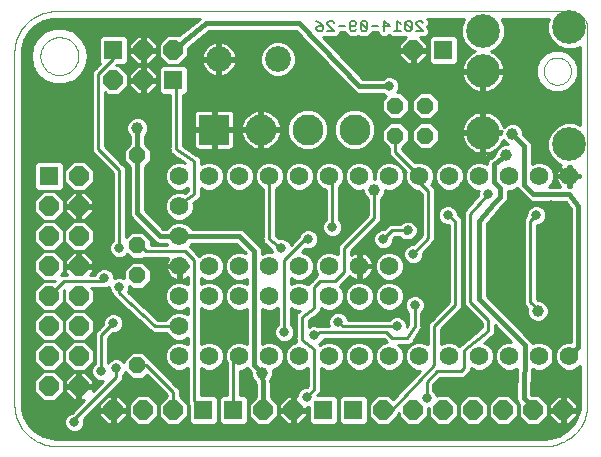
<source format=gbl>
G75*
G70*
%OFA0B0*%
%FSLAX24Y24*%
%IPPOS*%
%LPD*%
%AMOC8*
5,1,8,0,0,1.08239X$1,22.5*
%
%ADD10C,0.0000*%
%ADD11C,0.0060*%
%ADD12C,0.1033*%
%ADD13R,0.1033X0.1033*%
%ADD14C,0.0860*%
%ADD15R,0.0640X0.0640*%
%ADD16OC8,0.0640*%
%ADD17C,0.1122*%
%ADD18OC8,0.0560*%
%ADD19C,0.0620*%
%ADD20C,0.0396*%
%ADD21C,0.0160*%
%ADD22C,0.0320*%
%ADD23C,0.0100*%
D10*
X001600Y004500D02*
X017900Y004500D01*
X017973Y004502D01*
X018046Y004508D01*
X018119Y004517D01*
X018191Y004531D01*
X018262Y004548D01*
X018333Y004569D01*
X018402Y004593D01*
X018469Y004621D01*
X018536Y004653D01*
X018600Y004688D01*
X018662Y004726D01*
X018723Y004767D01*
X018781Y004812D01*
X018837Y004860D01*
X018890Y004910D01*
X018940Y004963D01*
X018988Y005019D01*
X019033Y005077D01*
X019074Y005138D01*
X019112Y005200D01*
X019147Y005264D01*
X019179Y005331D01*
X019207Y005398D01*
X019231Y005467D01*
X019252Y005538D01*
X019269Y005609D01*
X019283Y005681D01*
X019292Y005754D01*
X019298Y005827D01*
X019300Y005900D01*
X019300Y018400D01*
X019301Y018445D01*
X019297Y018491D01*
X019290Y018536D01*
X019280Y018580D01*
X019266Y018623D01*
X019249Y018665D01*
X019228Y018706D01*
X019205Y018745D01*
X019178Y018782D01*
X019148Y018816D01*
X019116Y018848D01*
X019082Y018878D01*
X019045Y018905D01*
X019006Y018928D01*
X018965Y018949D01*
X018923Y018966D01*
X018880Y018980D01*
X018836Y018990D01*
X018791Y018997D01*
X018745Y019001D01*
X018700Y019000D01*
X001600Y019000D01*
X001527Y018998D01*
X001454Y018992D01*
X001381Y018983D01*
X001309Y018969D01*
X001238Y018952D01*
X001167Y018931D01*
X001098Y018907D01*
X001031Y018879D01*
X000964Y018847D01*
X000900Y018812D01*
X000838Y018774D01*
X000777Y018733D01*
X000719Y018688D01*
X000663Y018640D01*
X000610Y018590D01*
X000560Y018537D01*
X000512Y018481D01*
X000467Y018423D01*
X000426Y018362D01*
X000388Y018300D01*
X000353Y018236D01*
X000321Y018169D01*
X000293Y018102D01*
X000269Y018033D01*
X000248Y017962D01*
X000231Y017891D01*
X000217Y017819D01*
X000208Y017746D01*
X000202Y017673D01*
X000200Y017600D01*
X000200Y005900D01*
X000202Y005827D01*
X000208Y005754D01*
X000217Y005681D01*
X000231Y005609D01*
X000248Y005538D01*
X000269Y005467D01*
X000293Y005398D01*
X000321Y005331D01*
X000353Y005264D01*
X000388Y005200D01*
X000426Y005138D01*
X000467Y005077D01*
X000512Y005019D01*
X000560Y004963D01*
X000610Y004910D01*
X000663Y004860D01*
X000719Y004812D01*
X000777Y004767D01*
X000838Y004726D01*
X000900Y004688D01*
X000964Y004653D01*
X001031Y004621D01*
X001098Y004593D01*
X001167Y004569D01*
X001238Y004548D01*
X001309Y004531D01*
X001381Y004517D01*
X001454Y004508D01*
X001527Y004502D01*
X001600Y004500D01*
X001070Y017500D02*
X001072Y017550D01*
X001078Y017600D01*
X001088Y017649D01*
X001102Y017697D01*
X001119Y017744D01*
X001140Y017789D01*
X001165Y017833D01*
X001193Y017874D01*
X001225Y017913D01*
X001259Y017950D01*
X001296Y017984D01*
X001336Y018014D01*
X001378Y018041D01*
X001422Y018065D01*
X001468Y018086D01*
X001515Y018102D01*
X001563Y018115D01*
X001613Y018124D01*
X001662Y018129D01*
X001713Y018130D01*
X001763Y018127D01*
X001812Y018120D01*
X001861Y018109D01*
X001909Y018094D01*
X001955Y018076D01*
X002000Y018054D01*
X002043Y018028D01*
X002084Y017999D01*
X002123Y017967D01*
X002159Y017932D01*
X002191Y017894D01*
X002221Y017854D01*
X002248Y017811D01*
X002271Y017767D01*
X002290Y017721D01*
X002306Y017673D01*
X002318Y017624D01*
X002326Y017575D01*
X002330Y017525D01*
X002330Y017475D01*
X002326Y017425D01*
X002318Y017376D01*
X002306Y017327D01*
X002290Y017279D01*
X002271Y017233D01*
X002248Y017189D01*
X002221Y017146D01*
X002191Y017106D01*
X002159Y017068D01*
X002123Y017033D01*
X002084Y017001D01*
X002043Y016972D01*
X002000Y016946D01*
X001955Y016924D01*
X001909Y016906D01*
X001861Y016891D01*
X001812Y016880D01*
X001763Y016873D01*
X001713Y016870D01*
X001662Y016871D01*
X001613Y016876D01*
X001563Y016885D01*
X001515Y016898D01*
X001468Y016914D01*
X001422Y016935D01*
X001378Y016959D01*
X001336Y016986D01*
X001296Y017016D01*
X001259Y017050D01*
X001225Y017087D01*
X001193Y017126D01*
X001165Y017167D01*
X001140Y017211D01*
X001119Y017256D01*
X001102Y017303D01*
X001088Y017351D01*
X001078Y017400D01*
X001072Y017450D01*
X001070Y017500D01*
X017847Y017000D02*
X017849Y017042D01*
X017855Y017084D01*
X017865Y017126D01*
X017878Y017166D01*
X017896Y017205D01*
X017917Y017242D01*
X017941Y017276D01*
X017969Y017309D01*
X017999Y017339D01*
X018032Y017365D01*
X018067Y017389D01*
X018105Y017409D01*
X018144Y017425D01*
X018184Y017438D01*
X018226Y017447D01*
X018268Y017452D01*
X018311Y017453D01*
X018353Y017450D01*
X018395Y017443D01*
X018436Y017432D01*
X018476Y017417D01*
X018514Y017399D01*
X018551Y017377D01*
X018585Y017352D01*
X018617Y017324D01*
X018645Y017293D01*
X018671Y017259D01*
X018694Y017223D01*
X018713Y017186D01*
X018729Y017146D01*
X018741Y017105D01*
X018749Y017064D01*
X018753Y017021D01*
X018753Y016979D01*
X018749Y016936D01*
X018741Y016895D01*
X018729Y016854D01*
X018713Y016814D01*
X018694Y016777D01*
X018671Y016741D01*
X018645Y016707D01*
X018617Y016676D01*
X018585Y016648D01*
X018551Y016623D01*
X018514Y016601D01*
X018476Y016583D01*
X018436Y016568D01*
X018395Y016557D01*
X018353Y016550D01*
X018311Y016547D01*
X018268Y016548D01*
X018226Y016553D01*
X018184Y016562D01*
X018144Y016575D01*
X018105Y016591D01*
X018067Y016611D01*
X018032Y016635D01*
X017999Y016661D01*
X017969Y016691D01*
X017941Y016724D01*
X017917Y016758D01*
X017896Y016795D01*
X017878Y016834D01*
X017865Y016874D01*
X017855Y016916D01*
X017849Y016958D01*
X017847Y017000D01*
D11*
X013812Y018330D02*
X013585Y018557D01*
X013585Y018614D01*
X013641Y018670D01*
X013755Y018670D01*
X013812Y018614D01*
X013812Y018330D02*
X013585Y018330D01*
X013443Y018387D02*
X013216Y018614D01*
X013216Y018387D01*
X013273Y018330D01*
X013387Y018330D01*
X013443Y018387D01*
X013443Y018614D01*
X013387Y018670D01*
X013273Y018670D01*
X013216Y018614D01*
X013075Y018557D02*
X012962Y018670D01*
X012962Y018330D01*
X013075Y018330D02*
X012848Y018330D01*
X012707Y018500D02*
X012480Y018500D01*
X012338Y018500D02*
X012111Y018500D01*
X011970Y018387D02*
X011913Y018330D01*
X011800Y018330D01*
X011743Y018387D01*
X011743Y018614D01*
X011970Y018387D01*
X011970Y018614D01*
X011913Y018670D01*
X011800Y018670D01*
X011743Y018614D01*
X011602Y018614D02*
X011602Y018557D01*
X011545Y018500D01*
X011375Y018500D01*
X011375Y018387D02*
X011375Y018614D01*
X011432Y018670D01*
X011545Y018670D01*
X011602Y018614D01*
X011602Y018387D02*
X011545Y018330D01*
X011432Y018330D01*
X011375Y018387D01*
X011233Y018500D02*
X011007Y018500D01*
X010865Y018614D02*
X010808Y018670D01*
X010695Y018670D01*
X010638Y018614D01*
X010638Y018557D01*
X010865Y018330D01*
X010638Y018330D01*
X010497Y018387D02*
X010440Y018330D01*
X010327Y018330D01*
X010270Y018387D01*
X010270Y018443D01*
X010327Y018500D01*
X010497Y018500D01*
X010497Y018387D01*
X010497Y018500D02*
X010383Y018614D01*
X010270Y018670D01*
X012536Y018670D02*
X012536Y018330D01*
X012707Y018500D02*
X012536Y018670D01*
D12*
X011540Y015050D03*
X009980Y015050D03*
X008420Y015050D03*
D13*
X006860Y015050D03*
D14*
X007016Y017400D03*
X008984Y017400D03*
D15*
X005500Y016700D03*
X003500Y017700D03*
X001350Y013500D03*
X006500Y005700D03*
X007500Y005700D03*
X010500Y005700D03*
X011500Y005700D03*
X014500Y017700D03*
D16*
X013500Y017700D03*
X005500Y017700D03*
X004500Y017700D03*
X004500Y016700D03*
X003500Y016700D03*
X002350Y013500D03*
X002350Y012500D03*
X002350Y011500D03*
X002350Y010500D03*
X002350Y009500D03*
X002350Y008500D03*
X001350Y008500D03*
X001350Y009500D03*
X001350Y010500D03*
X001350Y011500D03*
X001350Y012500D03*
X001350Y007500D03*
X001350Y006500D03*
X002350Y006500D03*
X002350Y007500D03*
X003500Y005700D03*
X004500Y005700D03*
X005500Y005700D03*
X008500Y005700D03*
X009500Y005700D03*
X012500Y005700D03*
X013500Y005700D03*
X014500Y005700D03*
X015500Y005700D03*
X016500Y005700D03*
X017500Y005700D03*
X018500Y005700D03*
D17*
X018694Y014559D03*
X015820Y014953D03*
X015820Y017000D03*
X015820Y018339D03*
X018694Y018457D03*
D18*
X013900Y015850D03*
X012900Y015850D03*
X012900Y014850D03*
X013900Y014850D03*
X004300Y014200D03*
X004300Y011200D03*
X004300Y010200D03*
X004300Y007200D03*
D19*
X005700Y007500D03*
X006700Y007500D03*
X007700Y007500D03*
X008700Y007500D03*
X009700Y007500D03*
X010700Y007500D03*
X011700Y007500D03*
X012700Y007500D03*
X013700Y007500D03*
X014700Y007500D03*
X015700Y007500D03*
X016700Y007500D03*
X017700Y007500D03*
X018700Y007500D03*
X012700Y009500D03*
X012700Y010500D03*
X011700Y010500D03*
X011700Y009500D03*
X010700Y009500D03*
X010700Y010500D03*
X009700Y010500D03*
X008700Y010500D03*
X008700Y009500D03*
X009700Y009500D03*
X007700Y009500D03*
X007700Y010500D03*
X006700Y010500D03*
X006700Y009500D03*
X005700Y009500D03*
X005700Y008500D03*
X005700Y010500D03*
X005700Y011500D03*
X005700Y012500D03*
X005700Y013500D03*
X006700Y013500D03*
X007700Y013500D03*
X008700Y013500D03*
X009700Y013500D03*
X010700Y013500D03*
X011700Y013500D03*
X012700Y013500D03*
X013700Y013500D03*
X014700Y013500D03*
X015700Y013500D03*
X016700Y013500D03*
X017700Y013500D03*
X018700Y013500D03*
D20*
X018100Y012500D03*
X016600Y014200D03*
X016800Y014900D03*
X015200Y013150D03*
X012200Y013050D03*
X014400Y009400D03*
X015650Y008550D03*
X017650Y009000D03*
X008450Y006950D03*
X004300Y015100D03*
D21*
X004300Y014200D01*
X004300Y012263D01*
X004579Y011984D01*
X005047Y011498D01*
X005700Y011500D01*
X007700Y011500D01*
X008200Y011000D01*
X008200Y007200D01*
X008450Y006950D01*
X008500Y006500D01*
X008500Y005700D01*
X009500Y005700D02*
X009500Y005000D01*
X006800Y005000D01*
X005700Y010500D02*
X005200Y010500D01*
X004300Y010700D01*
X003250Y010500D01*
X002350Y010500D01*
X005700Y010500D02*
X005800Y010600D01*
X005900Y010600D01*
X011700Y016500D02*
X009700Y018600D01*
X006600Y018600D01*
X005500Y017700D01*
X004600Y017800D02*
X004500Y017700D01*
X004500Y016700D01*
X011700Y016500D02*
X012700Y016500D01*
X016200Y013900D02*
X016200Y013300D01*
X016400Y013100D01*
X016400Y012800D01*
X016200Y012600D01*
X015700Y012000D01*
X015700Y009400D01*
X017224Y007876D01*
X017174Y006118D01*
X017500Y005792D01*
X017500Y005700D01*
X018500Y005700D02*
X018500Y006700D01*
X018200Y007000D01*
X018200Y007900D01*
X018400Y008100D01*
X018400Y008850D01*
X018150Y009100D01*
X017750Y009600D01*
X017750Y011600D01*
X018100Y012050D01*
X018100Y012500D01*
X017500Y012900D02*
X018700Y012900D01*
X019000Y012500D01*
X019000Y007800D01*
X018700Y007500D01*
X017500Y012900D02*
X017200Y013200D01*
X017200Y014500D01*
X016800Y014900D01*
X016600Y014200D02*
X016200Y013900D01*
X017900Y014100D02*
X018700Y013500D01*
X017900Y014100D02*
X017900Y015500D01*
D22*
X016000Y012900D03*
X014650Y012200D03*
X013310Y011690D03*
X013500Y010900D03*
X012500Y011400D03*
X010800Y011800D03*
X010000Y011400D03*
X009100Y011100D03*
X011000Y008650D03*
X010200Y008200D03*
X009200Y008300D03*
X009950Y006150D03*
X012950Y008500D03*
X013550Y009200D03*
X013950Y006100D03*
X017750Y009600D03*
X017850Y008450D03*
X017600Y012200D03*
X012700Y016500D03*
X003700Y011100D03*
X003200Y010100D03*
X003700Y009800D03*
X003500Y008600D03*
X003600Y007100D03*
X003100Y007000D03*
X002200Y005300D03*
D23*
X002200Y005400D01*
X003600Y006800D01*
X003600Y007100D01*
X003831Y006864D02*
X004000Y006864D01*
X003880Y006913D02*
X003900Y006963D01*
X004114Y006750D01*
X004486Y006750D01*
X004613Y006876D01*
X005280Y006209D01*
X005280Y006173D01*
X005010Y005903D01*
X005010Y005497D01*
X005297Y005210D01*
X005703Y005210D01*
X005990Y005497D01*
X005990Y005899D01*
X006010Y005879D01*
X006010Y005310D01*
X006110Y005210D01*
X006890Y005210D01*
X006990Y005310D01*
X006990Y006090D01*
X006890Y006190D01*
X006420Y006190D01*
X006420Y007101D01*
X006428Y007093D01*
X006605Y007020D01*
X006795Y007020D01*
X006972Y007093D01*
X007107Y007228D01*
X007180Y007405D01*
X007180Y007595D01*
X007107Y007772D01*
X006972Y007907D01*
X006795Y007980D01*
X006605Y007980D01*
X006428Y007907D01*
X006420Y007899D01*
X006420Y009101D01*
X006428Y009093D01*
X006605Y009020D01*
X006795Y009020D01*
X006972Y009093D01*
X007107Y009228D01*
X007180Y009405D01*
X007180Y009595D01*
X007107Y009772D01*
X006972Y009907D01*
X006795Y009980D01*
X006605Y009980D01*
X006428Y009907D01*
X006420Y009899D01*
X006420Y010101D01*
X006428Y010093D01*
X006605Y010020D01*
X006795Y010020D01*
X006972Y010093D01*
X007107Y010228D01*
X007180Y010405D01*
X007180Y010595D01*
X007107Y010772D01*
X006972Y010907D01*
X006795Y010980D01*
X006605Y010980D01*
X006428Y010907D01*
X006366Y010845D01*
X006291Y010920D01*
X006045Y011166D01*
X006107Y011228D01*
X006116Y011250D01*
X007596Y011250D01*
X007917Y010930D01*
X007795Y010980D01*
X007605Y010980D01*
X007428Y010907D01*
X007293Y010772D01*
X007220Y010595D01*
X007220Y010405D01*
X007293Y010228D01*
X007428Y010093D01*
X007605Y010020D01*
X007795Y010020D01*
X007950Y010084D01*
X007950Y009916D01*
X007795Y009980D01*
X007605Y009980D01*
X007428Y009907D01*
X007293Y009772D01*
X007220Y009595D01*
X007220Y009405D01*
X007293Y009228D01*
X007428Y009093D01*
X007605Y009020D01*
X007795Y009020D01*
X007950Y009084D01*
X007950Y007916D01*
X007795Y007980D01*
X007605Y007980D01*
X007428Y007907D01*
X007293Y007772D01*
X007220Y007595D01*
X007220Y007405D01*
X007280Y007260D01*
X007280Y006190D01*
X007110Y006190D01*
X007010Y006090D01*
X007010Y005310D01*
X007110Y005210D01*
X007890Y005210D01*
X007990Y005310D01*
X007990Y006090D01*
X007890Y006190D01*
X007720Y006190D01*
X007720Y007020D01*
X007795Y007020D01*
X007972Y007093D01*
X007973Y007094D01*
X007988Y007058D01*
X008082Y006965D01*
X008082Y006877D01*
X008138Y006741D01*
X008232Y006647D01*
X008250Y006486D01*
X008250Y006143D01*
X008010Y005903D01*
X008010Y005497D01*
X008297Y005210D01*
X008703Y005210D01*
X008990Y005497D01*
X008990Y005903D01*
X008750Y006143D01*
X008750Y006465D01*
X008754Y006478D01*
X008750Y006514D01*
X008750Y006550D01*
X008745Y006563D01*
X008728Y006708D01*
X008762Y006741D01*
X008818Y006877D01*
X008818Y007023D01*
X008816Y007028D01*
X008972Y007093D01*
X009107Y007228D01*
X009180Y007405D01*
X009180Y007595D01*
X009107Y007772D01*
X008972Y007907D01*
X008795Y007980D01*
X008605Y007980D01*
X008450Y007916D01*
X008450Y009084D01*
X008605Y009020D01*
X008795Y009020D01*
X008972Y009093D01*
X008980Y009101D01*
X008980Y008547D01*
X008920Y008487D01*
X008870Y008366D01*
X008870Y008234D01*
X008920Y008113D01*
X009013Y008020D01*
X009134Y007970D01*
X009266Y007970D01*
X009387Y008020D01*
X009480Y008113D01*
X009530Y008234D01*
X009530Y008366D01*
X009480Y008487D01*
X009420Y008547D01*
X009420Y009101D01*
X009428Y009093D01*
X009605Y009020D01*
X009727Y009020D01*
X009727Y009020D01*
X009709Y009020D01*
X009655Y008967D01*
X009595Y008921D01*
X009593Y008904D01*
X009580Y008891D01*
X009580Y008816D01*
X009569Y008741D01*
X009580Y008727D01*
X009580Y008123D01*
X009569Y008109D01*
X009580Y008034D01*
X009580Y007970D01*
X009428Y007907D01*
X009293Y007772D01*
X009220Y007595D01*
X009220Y007405D01*
X009293Y007228D01*
X009428Y007093D01*
X009605Y007020D01*
X009795Y007020D01*
X009972Y007093D01*
X009980Y007101D01*
X009980Y006491D01*
X009969Y006480D01*
X009884Y006480D01*
X009763Y006430D01*
X009670Y006337D01*
X009620Y006216D01*
X009620Y006170D01*
X009550Y006170D01*
X009550Y005750D01*
X009970Y005750D01*
X009970Y005820D01*
X010010Y005820D01*
X010010Y005310D01*
X010110Y005210D01*
X010890Y005210D01*
X010990Y005310D01*
X010990Y006090D01*
X010890Y006190D01*
X010301Y006190D01*
X010420Y006309D01*
X010420Y007101D01*
X010428Y007093D01*
X010605Y007020D01*
X010795Y007020D01*
X010972Y007093D01*
X011107Y007228D01*
X011180Y007405D01*
X011180Y007595D01*
X011107Y007772D01*
X010972Y007907D01*
X010795Y007980D01*
X010605Y007980D01*
X010428Y007907D01*
X010398Y007877D01*
X010356Y007908D01*
X010387Y007920D01*
X010480Y008013D01*
X010507Y008080D01*
X012509Y008080D01*
X012580Y008009D01*
X012609Y007980D01*
X012605Y007980D01*
X012428Y007907D01*
X012293Y007772D01*
X012220Y007595D01*
X012220Y007405D01*
X012293Y007228D01*
X012428Y007093D01*
X012605Y007020D01*
X012795Y007020D01*
X012972Y007093D01*
X013107Y007228D01*
X013180Y007405D01*
X013180Y007595D01*
X013107Y007772D01*
X012999Y007880D01*
X013237Y007880D01*
X013261Y007865D01*
X013325Y007880D01*
X013391Y007880D01*
X013411Y007900D01*
X013424Y007903D01*
X013293Y007772D01*
X013220Y007595D01*
X013220Y007405D01*
X013293Y007228D01*
X013428Y007093D01*
X013605Y007020D01*
X013731Y007020D01*
X012834Y006059D01*
X012703Y006190D01*
X012297Y006190D01*
X012010Y005903D01*
X012010Y005497D01*
X012297Y005210D01*
X012703Y005210D01*
X012990Y005497D01*
X012990Y005579D01*
X013010Y005599D01*
X013010Y005497D01*
X013297Y005210D01*
X013703Y005210D01*
X013990Y005497D01*
X013990Y005770D01*
X014010Y005770D01*
X014010Y005497D01*
X014297Y005210D01*
X014703Y005210D01*
X014990Y005497D01*
X014990Y005903D01*
X014703Y006190D01*
X014297Y006190D01*
X014278Y006171D01*
X014230Y006287D01*
X014170Y006347D01*
X014170Y006559D01*
X014391Y006780D01*
X015191Y006780D01*
X015291Y006880D01*
X015291Y006880D01*
X015420Y007009D01*
X015420Y007101D01*
X015428Y007093D01*
X015605Y007020D01*
X015795Y007020D01*
X015972Y007093D01*
X016107Y007228D01*
X016180Y007405D01*
X016180Y007595D01*
X016107Y007772D01*
X015972Y007907D01*
X015860Y007953D01*
X016078Y008130D01*
X016091Y008130D01*
X016148Y008186D01*
X016209Y008237D01*
X016211Y008250D01*
X016220Y008259D01*
X016220Y008339D01*
X016228Y008418D01*
X016220Y008428D01*
X016220Y008526D01*
X016766Y007980D01*
X016605Y007980D01*
X016428Y007907D01*
X016293Y007772D01*
X016220Y007595D01*
X016220Y007405D01*
X016293Y007228D01*
X016428Y007093D01*
X016605Y007020D01*
X016795Y007020D01*
X016951Y007085D01*
X016925Y006171D01*
X016924Y006168D01*
X016924Y006122D01*
X016923Y006075D01*
X016924Y006072D01*
X016924Y006068D01*
X016942Y006026D01*
X016958Y005982D01*
X016961Y005980D01*
X016962Y005976D01*
X016995Y005944D01*
X017022Y005915D01*
X017010Y005903D01*
X017010Y005497D01*
X017297Y005210D01*
X017703Y005210D01*
X017990Y005497D01*
X017990Y005903D01*
X017703Y006190D01*
X017456Y006190D01*
X017427Y006219D01*
X017452Y007083D01*
X017605Y007020D01*
X017795Y007020D01*
X017972Y007093D01*
X018107Y007228D01*
X018180Y007405D01*
X018180Y007595D01*
X018107Y007772D01*
X017972Y007907D01*
X017795Y007980D01*
X017605Y007980D01*
X017474Y007926D01*
X017456Y007968D01*
X017440Y008012D01*
X017437Y008014D01*
X017436Y008018D01*
X017403Y008050D01*
X017372Y008084D01*
X017368Y008085D01*
X015950Y009504D01*
X015950Y011909D01*
X016385Y012431D01*
X016542Y012588D01*
X016612Y012658D01*
X016650Y012750D01*
X016650Y013020D01*
X016795Y013020D01*
X016972Y013093D01*
X016973Y013094D01*
X016988Y013058D01*
X017288Y012758D01*
X017358Y012688D01*
X017450Y012650D01*
X018575Y012650D01*
X018750Y012417D01*
X018750Y007980D01*
X018605Y007980D01*
X018428Y007907D01*
X018293Y007772D01*
X018220Y007595D01*
X018220Y007405D01*
X018293Y007228D01*
X018428Y007093D01*
X018605Y007020D01*
X018795Y007020D01*
X018972Y007093D01*
X019050Y007171D01*
X019050Y005900D01*
X019040Y005750D01*
X018962Y005460D01*
X018812Y005200D01*
X018600Y004988D01*
X018340Y004838D01*
X018050Y004760D01*
X017900Y004750D01*
X001600Y004750D01*
X001450Y004760D01*
X001160Y004838D01*
X000900Y004988D01*
X000688Y005200D01*
X000538Y005460D01*
X000460Y005750D01*
X000450Y005900D01*
X000450Y017600D01*
X000460Y017750D01*
X000538Y018040D01*
X000688Y018300D01*
X000900Y018512D01*
X001160Y018662D01*
X001450Y018740D01*
X001600Y018750D01*
X006389Y018750D01*
X005703Y018189D01*
X005703Y018190D01*
X005297Y018190D01*
X005010Y017903D01*
X005010Y017497D01*
X005297Y017210D01*
X005703Y017210D01*
X005990Y017497D01*
X005990Y017778D01*
X006689Y018350D01*
X009593Y018350D01*
X011487Y016361D01*
X011488Y016358D01*
X011521Y016325D01*
X011553Y016292D01*
X011556Y016290D01*
X011558Y016288D01*
X011602Y016270D01*
X011644Y016251D01*
X011647Y016251D01*
X011650Y016250D01*
X011697Y016250D01*
X011744Y016249D01*
X011747Y016250D01*
X012483Y016250D01*
X012513Y016220D01*
X012598Y016185D01*
X012450Y016036D01*
X012450Y015664D01*
X012714Y015400D01*
X013086Y015400D01*
X013350Y015664D01*
X013350Y016036D01*
X013086Y016300D01*
X012967Y016300D01*
X012980Y016313D01*
X013030Y016434D01*
X013030Y016566D01*
X012980Y016687D01*
X012887Y016780D01*
X012766Y016830D01*
X012634Y016830D01*
X012513Y016780D01*
X012483Y016750D01*
X011807Y016750D01*
X010493Y018130D01*
X010523Y018130D01*
X010539Y018146D01*
X010555Y018130D01*
X010948Y018130D01*
X011065Y018247D01*
X011065Y018300D01*
X011179Y018300D01*
X011292Y018187D01*
X011349Y018130D01*
X011628Y018130D01*
X011672Y018175D01*
X011717Y018130D01*
X011996Y018130D01*
X012053Y018187D01*
X012166Y018300D01*
X012336Y018300D01*
X012336Y018247D01*
X012454Y018130D01*
X012619Y018130D01*
X012692Y018203D01*
X012765Y018130D01*
X013158Y018130D01*
X013174Y018146D01*
X013190Y018130D01*
X013265Y018130D01*
X013030Y017895D01*
X013030Y017750D01*
X013450Y017750D01*
X013450Y017650D01*
X013550Y017650D01*
X013550Y017750D01*
X013970Y017750D01*
X013970Y017895D01*
X013735Y018130D01*
X013894Y018130D01*
X014012Y018247D01*
X014012Y018413D01*
X013953Y018472D01*
X014012Y018531D01*
X014012Y018696D01*
X013958Y018750D01*
X015199Y018750D01*
X015089Y018484D01*
X015089Y018193D01*
X015200Y017924D01*
X015406Y017719D01*
X015551Y017658D01*
X015505Y017639D01*
X015424Y017592D01*
X015350Y017536D01*
X015284Y017470D01*
X015227Y017396D01*
X015181Y017315D01*
X015145Y017229D01*
X015121Y017139D01*
X015109Y017050D01*
X015770Y017050D01*
X015770Y016950D01*
X015870Y016950D01*
X015870Y017050D01*
X016530Y017050D01*
X016519Y017139D01*
X016494Y017229D01*
X016459Y017315D01*
X016412Y017396D01*
X016355Y017470D01*
X016290Y017536D01*
X016216Y017592D01*
X016135Y017639D01*
X016088Y017658D01*
X016234Y017719D01*
X016439Y017924D01*
X016551Y018193D01*
X016551Y018484D01*
X016441Y018750D01*
X018024Y018750D01*
X017963Y018602D01*
X017963Y018311D01*
X018074Y018043D01*
X018280Y017837D01*
X018548Y017726D01*
X018839Y017726D01*
X019050Y017813D01*
X019050Y015203D01*
X018839Y015290D01*
X018548Y015290D01*
X018280Y015179D01*
X018074Y014973D01*
X017963Y014704D01*
X017963Y014414D01*
X018074Y014145D01*
X018280Y013939D01*
X018434Y013875D01*
X018400Y013851D01*
X018349Y013800D01*
X018307Y013741D01*
X018274Y013677D01*
X018251Y013608D01*
X018241Y013545D01*
X018655Y013545D01*
X018655Y013828D01*
X018745Y013828D01*
X018745Y013545D01*
X019050Y013545D01*
X019050Y013455D01*
X018745Y013455D01*
X018745Y013545D01*
X018655Y013545D01*
X018655Y013455D01*
X018241Y013455D01*
X018251Y013392D01*
X018274Y013323D01*
X018307Y013259D01*
X018349Y013200D01*
X018399Y013150D01*
X018029Y013150D01*
X018107Y013228D01*
X018180Y013405D01*
X018180Y013595D01*
X018107Y013772D01*
X017972Y013907D01*
X017795Y013980D01*
X017605Y013980D01*
X017450Y013916D01*
X017450Y014550D01*
X017412Y014642D01*
X017342Y014712D01*
X017168Y014885D01*
X017168Y014973D01*
X017112Y015109D01*
X017009Y015212D01*
X016873Y015268D01*
X016727Y015268D01*
X016591Y015212D01*
X016509Y015129D01*
X016494Y015182D01*
X016459Y015268D01*
X016412Y015349D01*
X016355Y015423D01*
X016290Y015488D01*
X016216Y015545D01*
X016135Y015592D01*
X016049Y015627D01*
X015959Y015652D01*
X015870Y015663D01*
X015870Y015003D01*
X016444Y015003D01*
X016432Y014973D01*
X016432Y014903D01*
X015870Y014903D01*
X015870Y015003D01*
X015770Y015003D01*
X015770Y015663D01*
X015681Y015652D01*
X015591Y015627D01*
X015505Y015592D01*
X015424Y015545D01*
X015350Y015488D01*
X015284Y015423D01*
X015227Y015349D01*
X015181Y015268D01*
X015145Y015182D01*
X015121Y015092D01*
X015109Y015003D01*
X015770Y015003D01*
X015770Y014903D01*
X015870Y014903D01*
X015870Y014242D01*
X015959Y014254D01*
X016049Y014278D01*
X016135Y014314D01*
X016216Y014360D01*
X016290Y014417D01*
X016355Y014483D01*
X016412Y014557D01*
X016459Y014638D01*
X016484Y014700D01*
X016488Y014691D01*
X016591Y014588D01*
X016639Y014568D01*
X016527Y014568D01*
X016391Y014512D01*
X016288Y014409D01*
X016232Y014273D01*
X016232Y014236D01*
X016075Y014119D01*
X016058Y014112D01*
X016036Y014089D01*
X016010Y014070D01*
X016001Y014054D01*
X015988Y014042D01*
X015976Y014012D01*
X015960Y013985D01*
X015957Y013967D01*
X015950Y013950D01*
X015950Y013918D01*
X015950Y013916D01*
X015795Y013980D01*
X015605Y013980D01*
X015428Y013907D01*
X015293Y013772D01*
X015220Y013595D01*
X015220Y013405D01*
X015293Y013228D01*
X015428Y013093D01*
X015605Y013020D01*
X015693Y013020D01*
X015670Y012966D01*
X015670Y012867D01*
X015241Y012402D01*
X015180Y012341D01*
X015180Y012336D01*
X015177Y012332D01*
X015180Y012246D01*
X015180Y009209D01*
X015309Y009080D01*
X015780Y008609D01*
X015780Y008455D01*
X015122Y007920D01*
X015109Y007920D01*
X015052Y007864D01*
X015032Y007847D01*
X014972Y007907D01*
X014795Y007980D01*
X014605Y007980D01*
X014428Y007907D01*
X014420Y007899D01*
X014420Y008409D01*
X015120Y009109D01*
X015120Y011923D01*
X015129Y011934D01*
X015120Y012012D01*
X015120Y012091D01*
X015110Y012101D01*
X015109Y012115D01*
X015047Y012164D01*
X014991Y012220D01*
X014980Y012220D01*
X014980Y012266D01*
X014930Y012387D01*
X014837Y012480D01*
X014716Y012530D01*
X014584Y012530D01*
X014463Y012480D01*
X014370Y012387D01*
X014320Y012266D01*
X014320Y012134D01*
X014370Y012013D01*
X014463Y011920D01*
X014584Y011870D01*
X014680Y011870D01*
X014680Y009291D01*
X014109Y008720D01*
X013980Y008591D01*
X013980Y007899D01*
X013972Y007907D01*
X013795Y007980D01*
X013605Y007980D01*
X013442Y007913D01*
X013473Y007962D01*
X013520Y008009D01*
X013520Y008037D01*
X013723Y008362D01*
X013770Y008409D01*
X013770Y008437D01*
X013785Y008461D01*
X013770Y008525D01*
X013770Y008953D01*
X013830Y009013D01*
X013880Y009134D01*
X013880Y009266D01*
X013830Y009387D01*
X013737Y009480D01*
X013616Y009530D01*
X013484Y009530D01*
X013363Y009480D01*
X013270Y009387D01*
X013220Y009266D01*
X013220Y009134D01*
X013270Y009013D01*
X013330Y008953D01*
X013330Y008563D01*
X013280Y008483D01*
X013280Y008566D01*
X013230Y008687D01*
X013137Y008780D01*
X013016Y008830D01*
X012884Y008830D01*
X012763Y008780D01*
X012703Y008720D01*
X011328Y008720D01*
X011280Y008837D01*
X011187Y008930D01*
X011066Y008980D01*
X010934Y008980D01*
X010813Y008930D01*
X010720Y008837D01*
X010670Y008716D01*
X010670Y008584D01*
X010697Y008520D01*
X010436Y008520D01*
X010383Y008538D01*
X010348Y008520D01*
X010309Y008520D01*
X010303Y008514D01*
X010266Y008530D01*
X010134Y008530D01*
X010020Y008483D01*
X010020Y008690D01*
X010273Y008880D01*
X010291Y008880D01*
X010345Y008933D01*
X010405Y008979D01*
X010407Y008996D01*
X010420Y009009D01*
X010420Y009084D01*
X010422Y009099D01*
X010428Y009093D01*
X010605Y009020D01*
X010795Y009020D01*
X010972Y009093D01*
X011107Y009228D01*
X011180Y009405D01*
X011180Y009595D01*
X011107Y009772D01*
X011045Y009834D01*
X011291Y010080D01*
X011380Y010169D01*
X011400Y010149D01*
X011459Y010107D01*
X011523Y010074D01*
X011592Y010051D01*
X011655Y010041D01*
X011655Y010455D01*
X011745Y010455D01*
X011745Y010545D01*
X011655Y010545D01*
X011655Y010959D01*
X011592Y010949D01*
X011523Y010926D01*
X011459Y010893D01*
X011420Y010865D01*
X011420Y011009D01*
X012291Y011880D01*
X012420Y012009D01*
X012420Y012749D01*
X012512Y012841D01*
X012568Y012977D01*
X012568Y013035D01*
X012605Y013020D01*
X012795Y013020D01*
X012972Y013093D01*
X013107Y013228D01*
X013180Y013405D01*
X013180Y013595D01*
X013107Y013772D01*
X012972Y013907D01*
X012795Y013980D01*
X012605Y013980D01*
X012428Y013907D01*
X012293Y013772D01*
X012220Y013595D01*
X012220Y013418D01*
X012180Y013418D01*
X012180Y013595D01*
X012107Y013772D01*
X011972Y013907D01*
X011795Y013980D01*
X011605Y013980D01*
X011428Y013907D01*
X011293Y013772D01*
X011220Y013595D01*
X011220Y013405D01*
X011293Y013228D01*
X011428Y013093D01*
X011605Y013020D01*
X011795Y013020D01*
X011832Y013035D01*
X011832Y012977D01*
X011888Y012841D01*
X011980Y012749D01*
X011980Y012191D01*
X010980Y011191D01*
X010980Y010899D01*
X010972Y010907D01*
X010795Y010980D01*
X010605Y010980D01*
X010428Y010907D01*
X010293Y010772D01*
X010220Y010595D01*
X010220Y010405D01*
X010293Y010228D01*
X010305Y010216D01*
X010180Y010091D01*
X010109Y010020D01*
X009984Y009895D01*
X009972Y009907D01*
X009795Y009980D01*
X009605Y009980D01*
X009428Y009907D01*
X009420Y009899D01*
X009420Y010101D01*
X009428Y010093D01*
X009605Y010020D01*
X009795Y010020D01*
X009972Y010093D01*
X010107Y010228D01*
X010180Y010405D01*
X010180Y010595D01*
X010107Y010772D01*
X009972Y010907D01*
X009795Y010980D01*
X009791Y010980D01*
X009897Y011086D01*
X009934Y011070D01*
X010066Y011070D01*
X010187Y011120D01*
X010280Y011213D01*
X010330Y011334D01*
X010330Y011466D01*
X010280Y011587D01*
X010187Y011680D01*
X010066Y011730D01*
X009934Y011730D01*
X009813Y011680D01*
X009720Y011587D01*
X009681Y011492D01*
X009680Y011491D01*
X009408Y011219D01*
X009380Y011287D01*
X009287Y011380D01*
X009166Y011430D01*
X009034Y011430D01*
X009029Y011428D01*
X008920Y011510D01*
X008920Y013072D01*
X008972Y013093D01*
X009107Y013228D01*
X009180Y013405D01*
X009180Y013595D01*
X009107Y013772D01*
X008972Y013907D01*
X008795Y013980D01*
X008605Y013980D01*
X008428Y013907D01*
X008293Y013772D01*
X008220Y013595D01*
X008220Y013405D01*
X008293Y013228D01*
X008428Y013093D01*
X008480Y013072D01*
X008480Y011473D01*
X008469Y011459D01*
X008480Y011384D01*
X008480Y011309D01*
X008493Y011296D01*
X008495Y011279D01*
X008555Y011233D01*
X008609Y011180D01*
X008627Y011180D01*
X008770Y011073D01*
X008770Y011034D01*
X008793Y010980D01*
X008605Y010980D01*
X008450Y010916D01*
X008450Y011050D01*
X008412Y011142D01*
X007912Y011642D01*
X007842Y011712D01*
X007750Y011750D01*
X006116Y011750D01*
X006107Y011772D01*
X005972Y011907D01*
X005795Y011980D01*
X005605Y011980D01*
X005428Y011907D01*
X005293Y011772D01*
X005284Y011749D01*
X005153Y011749D01*
X004792Y012123D01*
X004791Y012125D01*
X004758Y012159D01*
X004725Y012193D01*
X004723Y012194D01*
X004550Y012367D01*
X004550Y013814D01*
X004750Y014014D01*
X004750Y014386D01*
X004550Y014586D01*
X004550Y014829D01*
X004612Y014891D01*
X004668Y015027D01*
X004668Y015173D01*
X004612Y015309D01*
X004509Y015412D01*
X004373Y015468D01*
X004227Y015468D01*
X004091Y015412D01*
X003988Y015309D01*
X003932Y015173D01*
X003932Y015027D01*
X003988Y014891D01*
X004050Y014829D01*
X004050Y014586D01*
X003850Y014386D01*
X003850Y014014D01*
X004050Y013814D01*
X004050Y012213D01*
X004088Y012121D01*
X004401Y011809D01*
X004835Y011359D01*
X004836Y011356D01*
X004869Y011323D01*
X004902Y011289D01*
X004904Y011288D01*
X004906Y011286D01*
X004950Y011268D01*
X004993Y011249D01*
X004996Y011249D01*
X004998Y011248D01*
X005045Y011248D01*
X005092Y011247D01*
X005095Y011248D01*
X005284Y011249D01*
X005293Y011228D01*
X005301Y011220D01*
X004750Y011220D01*
X004750Y011386D01*
X004486Y011650D01*
X004114Y011650D01*
X003920Y011456D01*
X003920Y013791D01*
X003791Y013920D01*
X003220Y014491D01*
X003220Y016287D01*
X003297Y016210D01*
X003703Y016210D01*
X003990Y016497D01*
X003990Y016903D01*
X003703Y017190D01*
X003601Y017190D01*
X003621Y017210D01*
X003890Y017210D01*
X003990Y017310D01*
X003990Y018090D01*
X003890Y018190D01*
X003110Y018190D01*
X003010Y018090D01*
X003010Y017310D01*
X003054Y017265D01*
X002909Y017120D01*
X002780Y016991D01*
X002780Y014309D01*
X003480Y013609D01*
X003480Y011347D01*
X003420Y011287D01*
X003370Y011166D01*
X003370Y011034D01*
X003420Y010913D01*
X003513Y010820D01*
X003634Y010770D01*
X003766Y010770D01*
X003887Y010820D01*
X003965Y010898D01*
X004114Y010750D01*
X004486Y010750D01*
X004516Y010780D01*
X005335Y010780D01*
X005307Y010741D01*
X005274Y010677D01*
X005251Y010608D01*
X005241Y010545D01*
X005655Y010545D01*
X005655Y010780D01*
X005745Y010780D01*
X005745Y010545D01*
X005655Y010545D01*
X005655Y010455D01*
X005745Y010455D01*
X005980Y010455D01*
X005980Y010545D01*
X005745Y010545D01*
X005745Y010455D01*
X005745Y010041D01*
X005808Y010051D01*
X005877Y010074D01*
X005941Y010107D01*
X005980Y010135D01*
X005980Y009899D01*
X005972Y009907D01*
X005795Y009980D01*
X005605Y009980D01*
X005428Y009907D01*
X005293Y009772D01*
X005220Y009595D01*
X005220Y009405D01*
X005293Y009228D01*
X005428Y009093D01*
X005605Y009020D01*
X005795Y009020D01*
X005972Y009093D01*
X005980Y009101D01*
X005980Y008899D01*
X005972Y008907D01*
X005795Y008980D01*
X005605Y008980D01*
X005428Y008907D01*
X005293Y008772D01*
X005272Y008720D01*
X004986Y008720D01*
X003988Y009634D01*
X004030Y009734D01*
X004030Y009834D01*
X004114Y009750D01*
X004486Y009750D01*
X004750Y010014D01*
X004750Y010386D01*
X004486Y010650D01*
X004114Y010650D01*
X003850Y010386D01*
X003850Y010095D01*
X003766Y010130D01*
X003634Y010130D01*
X003530Y010087D01*
X003530Y010166D01*
X003480Y010287D01*
X003387Y010380D01*
X003266Y010430D01*
X003134Y010430D01*
X003013Y010380D01*
X002920Y010287D01*
X002893Y010220D01*
X002735Y010220D01*
X002820Y010305D01*
X002820Y010450D01*
X002400Y010450D01*
X002400Y010550D01*
X002300Y010550D01*
X002300Y010970D01*
X002155Y010970D01*
X001880Y010695D01*
X001880Y010550D01*
X002300Y010550D01*
X002300Y010450D01*
X001880Y010450D01*
X001880Y010305D01*
X001965Y010220D01*
X001763Y010220D01*
X001840Y010297D01*
X001840Y010703D01*
X001553Y010990D01*
X001147Y010990D01*
X000860Y010703D01*
X000860Y010297D01*
X001147Y010010D01*
X001549Y010010D01*
X001529Y009990D01*
X001147Y009990D01*
X000860Y009703D01*
X000860Y009297D01*
X001147Y009010D01*
X001553Y009010D01*
X001840Y009297D01*
X001840Y009679D01*
X001860Y009699D01*
X001860Y009297D01*
X002147Y009010D01*
X002553Y009010D01*
X002840Y009297D01*
X002840Y009703D01*
X002763Y009780D01*
X003110Y009780D01*
X003134Y009770D01*
X003266Y009770D01*
X003370Y009813D01*
X003370Y009734D01*
X003420Y009613D01*
X003480Y009553D01*
X003480Y009509D01*
X003484Y009505D01*
X003484Y009499D01*
X003548Y009441D01*
X003609Y009380D01*
X003614Y009380D01*
X004748Y008341D01*
X004809Y008280D01*
X004814Y008280D01*
X004819Y008276D01*
X004905Y008280D01*
X005272Y008280D01*
X005293Y008228D01*
X005428Y008093D01*
X005605Y008020D01*
X005795Y008020D01*
X005972Y008093D01*
X005980Y008101D01*
X005980Y007899D01*
X005972Y007907D01*
X005795Y007980D01*
X005605Y007980D01*
X005428Y007907D01*
X005293Y007772D01*
X005220Y007595D01*
X005220Y007405D01*
X005293Y007228D01*
X005428Y007093D01*
X005605Y007020D01*
X005795Y007020D01*
X005972Y007093D01*
X005980Y007101D01*
X005980Y005913D01*
X005720Y006173D01*
X005720Y006391D01*
X005591Y006520D01*
X004750Y007361D01*
X004750Y007386D01*
X004486Y007650D01*
X004114Y007650D01*
X003850Y007386D01*
X003850Y007317D01*
X003787Y007380D01*
X003666Y007430D01*
X003534Y007430D01*
X003413Y007380D01*
X003320Y007287D01*
X003320Y007286D01*
X003320Y008109D01*
X003481Y008270D01*
X003566Y008270D01*
X003687Y008320D01*
X003780Y008413D01*
X003830Y008534D01*
X003830Y008666D01*
X003780Y008787D01*
X003687Y008880D01*
X003566Y008930D01*
X003434Y008930D01*
X003313Y008880D01*
X003220Y008787D01*
X003170Y008666D01*
X003170Y008581D01*
X003009Y008420D01*
X002880Y008291D01*
X002880Y007247D01*
X002820Y007187D01*
X002770Y007066D01*
X002770Y006934D01*
X002820Y006813D01*
X002913Y006720D01*
X003034Y006670D01*
X003159Y006670D01*
X002820Y006331D01*
X002820Y006450D01*
X002400Y006450D01*
X002400Y006550D01*
X002300Y006550D01*
X002300Y006970D01*
X002155Y006970D01*
X001880Y006695D01*
X001880Y006550D01*
X002300Y006550D01*
X002300Y006450D01*
X002400Y006450D01*
X002400Y006030D01*
X002519Y006030D01*
X002109Y005620D01*
X002109Y005620D01*
X002108Y005619D01*
X002013Y005580D01*
X001920Y005487D01*
X001870Y005366D01*
X001870Y005234D01*
X001920Y005113D01*
X002013Y005020D01*
X002134Y004970D01*
X002266Y004970D01*
X002387Y005020D01*
X002480Y005113D01*
X002530Y005234D01*
X002530Y005366D01*
X002514Y005403D01*
X003691Y006580D01*
X003691Y006580D01*
X003820Y006709D01*
X003820Y006853D01*
X003880Y006913D01*
X003900Y006963D02*
X003901Y006963D01*
X003820Y006766D02*
X004098Y006766D01*
X003778Y006667D02*
X004822Y006667D01*
X004920Y006569D02*
X003680Y006569D01*
X003581Y006470D02*
X005019Y006470D01*
X005117Y006372D02*
X003483Y006372D01*
X003384Y006273D02*
X005216Y006273D01*
X005280Y006175D02*
X004718Y006175D01*
X004703Y006190D02*
X004297Y006190D01*
X004010Y005903D01*
X004010Y005497D01*
X004297Y005210D01*
X004703Y005210D01*
X004990Y005497D01*
X004990Y005903D01*
X004703Y006190D01*
X004817Y006076D02*
X005183Y006076D01*
X005085Y005978D02*
X004915Y005978D01*
X004990Y005879D02*
X005010Y005879D01*
X005010Y005781D02*
X004990Y005781D01*
X004990Y005682D02*
X005010Y005682D01*
X005010Y005584D02*
X004990Y005584D01*
X004978Y005485D02*
X005022Y005485D01*
X005121Y005387D02*
X004879Y005387D01*
X004781Y005288D02*
X005219Y005288D01*
X005500Y005700D02*
X005500Y006300D01*
X004600Y007200D01*
X004300Y007200D01*
X004600Y006864D02*
X004625Y006864D01*
X004723Y006766D02*
X004502Y006766D01*
X004952Y007160D02*
X005362Y007160D01*
X005281Y007258D02*
X004853Y007258D01*
X004755Y007357D02*
X005240Y007357D01*
X005220Y007455D02*
X004681Y007455D01*
X004583Y007554D02*
X005220Y007554D01*
X005243Y007652D02*
X003320Y007652D01*
X003320Y007554D02*
X004017Y007554D01*
X003919Y007455D02*
X003320Y007455D01*
X003320Y007357D02*
X003390Y007357D01*
X003320Y007751D02*
X005284Y007751D01*
X005370Y007849D02*
X003320Y007849D01*
X003320Y007948D02*
X005526Y007948D01*
X005542Y008046D02*
X003320Y008046D01*
X003356Y008145D02*
X005377Y008145D01*
X005287Y008243D02*
X003454Y008243D01*
X003708Y008342D02*
X004747Y008342D01*
X004640Y008440D02*
X003791Y008440D01*
X003830Y008539D02*
X004532Y008539D01*
X004425Y008637D02*
X003830Y008637D01*
X003801Y008736D02*
X004318Y008736D01*
X004210Y008834D02*
X003733Y008834D01*
X003995Y009031D02*
X002574Y009031D01*
X002553Y008990D02*
X002147Y008990D01*
X001860Y008703D01*
X001860Y008297D01*
X002147Y008010D01*
X002553Y008010D01*
X002840Y008297D01*
X002840Y008703D01*
X002553Y008990D01*
X002610Y008933D02*
X004103Y008933D01*
X003888Y009130D02*
X002672Y009130D01*
X002771Y009228D02*
X003780Y009228D01*
X003673Y009327D02*
X002840Y009327D01*
X002840Y009425D02*
X003564Y009425D01*
X003480Y009524D02*
X002840Y009524D01*
X002840Y009622D02*
X003417Y009622D01*
X003376Y009721D02*
X002822Y009721D01*
X003100Y010000D02*
X001850Y010000D01*
X001350Y009500D01*
X001840Y009524D02*
X001860Y009524D01*
X001860Y009622D02*
X001840Y009622D01*
X001840Y009425D02*
X001860Y009425D01*
X001860Y009327D02*
X001840Y009327D01*
X001771Y009228D02*
X001929Y009228D01*
X002028Y009130D02*
X001672Y009130D01*
X001574Y009031D02*
X002126Y009031D01*
X002090Y008933D02*
X001610Y008933D01*
X001553Y008990D02*
X001147Y008990D01*
X000860Y008703D01*
X000860Y008297D01*
X001147Y008010D01*
X001553Y008010D01*
X001840Y008297D01*
X001840Y008703D01*
X001553Y008990D01*
X001709Y008834D02*
X001991Y008834D01*
X001893Y008736D02*
X001807Y008736D01*
X001840Y008637D02*
X001860Y008637D01*
X001860Y008539D02*
X001840Y008539D01*
X001840Y008440D02*
X001860Y008440D01*
X001860Y008342D02*
X001840Y008342D01*
X001786Y008243D02*
X001914Y008243D01*
X002013Y008145D02*
X001687Y008145D01*
X001589Y008046D02*
X002111Y008046D01*
X002147Y007990D02*
X001860Y007703D01*
X001860Y007297D01*
X002147Y007010D01*
X002553Y007010D01*
X002840Y007297D01*
X002840Y007703D01*
X002553Y007990D01*
X002147Y007990D01*
X002105Y007948D02*
X001595Y007948D01*
X001553Y007990D02*
X001147Y007990D01*
X000860Y007703D01*
X000860Y007297D01*
X001147Y007010D01*
X001553Y007010D01*
X001840Y007297D01*
X001840Y007703D01*
X001553Y007990D01*
X001694Y007849D02*
X002006Y007849D01*
X001908Y007751D02*
X001792Y007751D01*
X001840Y007652D02*
X001860Y007652D01*
X001860Y007554D02*
X001840Y007554D01*
X001840Y007455D02*
X001860Y007455D01*
X001860Y007357D02*
X001840Y007357D01*
X001801Y007258D02*
X001899Y007258D01*
X001998Y007160D02*
X001702Y007160D01*
X001604Y007061D02*
X002096Y007061D01*
X002148Y006963D02*
X001580Y006963D01*
X001553Y006990D02*
X001147Y006990D01*
X000860Y006703D01*
X000860Y006297D01*
X001147Y006010D01*
X001553Y006010D01*
X001840Y006297D01*
X001840Y006703D01*
X001553Y006990D01*
X001679Y006864D02*
X002049Y006864D01*
X001951Y006766D02*
X001777Y006766D01*
X001840Y006667D02*
X001880Y006667D01*
X001880Y006569D02*
X001840Y006569D01*
X001840Y006470D02*
X002300Y006470D01*
X002300Y006450D02*
X001880Y006450D01*
X001880Y006305D01*
X002155Y006030D01*
X002300Y006030D01*
X002300Y006450D01*
X002300Y006372D02*
X002400Y006372D01*
X002400Y006470D02*
X002959Y006470D01*
X003057Y006569D02*
X002820Y006569D01*
X002820Y006550D02*
X002820Y006695D01*
X002545Y006970D01*
X002400Y006970D01*
X002400Y006550D01*
X002820Y006550D01*
X002820Y006667D02*
X003156Y006667D01*
X002868Y006766D02*
X002749Y006766D01*
X002799Y006864D02*
X002651Y006864D01*
X002552Y006963D02*
X002770Y006963D01*
X002770Y007061D02*
X002604Y007061D01*
X002702Y007160D02*
X002809Y007160D01*
X002801Y007258D02*
X002880Y007258D01*
X002880Y007357D02*
X002840Y007357D01*
X002840Y007455D02*
X002880Y007455D01*
X002880Y007554D02*
X002840Y007554D01*
X002840Y007652D02*
X002880Y007652D01*
X002880Y007751D02*
X002792Y007751D01*
X002880Y007849D02*
X002694Y007849D01*
X002595Y007948D02*
X002880Y007948D01*
X002880Y008046D02*
X002589Y008046D01*
X002687Y008145D02*
X002880Y008145D01*
X002880Y008243D02*
X002786Y008243D01*
X002840Y008342D02*
X002930Y008342D01*
X002840Y008440D02*
X003029Y008440D01*
X003127Y008539D02*
X002840Y008539D01*
X002840Y008637D02*
X003170Y008637D01*
X003199Y008736D02*
X002807Y008736D01*
X002709Y008834D02*
X003267Y008834D01*
X003500Y008600D02*
X003100Y008200D01*
X003100Y007000D01*
X002400Y006963D02*
X002300Y006963D01*
X002300Y006864D02*
X002400Y006864D01*
X002400Y006766D02*
X002300Y006766D01*
X002300Y006667D02*
X002400Y006667D01*
X002400Y006569D02*
X002300Y006569D01*
X002300Y006273D02*
X002400Y006273D01*
X002400Y006175D02*
X002300Y006175D01*
X002300Y006076D02*
X002400Y006076D01*
X002466Y005978D02*
X000450Y005978D01*
X000450Y006076D02*
X001081Y006076D01*
X000983Y006175D02*
X000450Y006175D01*
X000450Y006273D02*
X000884Y006273D01*
X000860Y006372D02*
X000450Y006372D01*
X000450Y006470D02*
X000860Y006470D01*
X000860Y006569D02*
X000450Y006569D01*
X000450Y006667D02*
X000860Y006667D01*
X000923Y006766D02*
X000450Y006766D01*
X000450Y006864D02*
X001021Y006864D01*
X001120Y006963D02*
X000450Y006963D01*
X000450Y007061D02*
X001096Y007061D01*
X000998Y007160D02*
X000450Y007160D01*
X000450Y007258D02*
X000899Y007258D01*
X000860Y007357D02*
X000450Y007357D01*
X000450Y007455D02*
X000860Y007455D01*
X000860Y007554D02*
X000450Y007554D01*
X000450Y007652D02*
X000860Y007652D01*
X000908Y007751D02*
X000450Y007751D01*
X000450Y007849D02*
X001006Y007849D01*
X001105Y007948D02*
X000450Y007948D01*
X000450Y008046D02*
X001111Y008046D01*
X001013Y008145D02*
X000450Y008145D01*
X000450Y008243D02*
X000914Y008243D01*
X000860Y008342D02*
X000450Y008342D01*
X000450Y008440D02*
X000860Y008440D01*
X000860Y008539D02*
X000450Y008539D01*
X000450Y008637D02*
X000860Y008637D01*
X000893Y008736D02*
X000450Y008736D01*
X000450Y008834D02*
X000991Y008834D01*
X001090Y008933D02*
X000450Y008933D01*
X000450Y009031D02*
X001126Y009031D01*
X001028Y009130D02*
X000450Y009130D01*
X000450Y009228D02*
X000929Y009228D01*
X000860Y009327D02*
X000450Y009327D01*
X000450Y009425D02*
X000860Y009425D01*
X000860Y009524D02*
X000450Y009524D01*
X000450Y009622D02*
X000860Y009622D01*
X000878Y009721D02*
X000450Y009721D01*
X000450Y009819D02*
X000976Y009819D01*
X001075Y009918D02*
X000450Y009918D01*
X000450Y010016D02*
X001141Y010016D01*
X001043Y010115D02*
X000450Y010115D01*
X000450Y010213D02*
X000944Y010213D01*
X000860Y010312D02*
X000450Y010312D01*
X000450Y010410D02*
X000860Y010410D01*
X000860Y010509D02*
X000450Y010509D01*
X000450Y010607D02*
X000860Y010607D01*
X000863Y010706D02*
X000450Y010706D01*
X000450Y010804D02*
X000961Y010804D01*
X001060Y010903D02*
X000450Y010903D01*
X000450Y011001D02*
X003384Y011001D01*
X003370Y011100D02*
X002642Y011100D01*
X002553Y011010D02*
X002840Y011297D01*
X002840Y011703D01*
X002553Y011990D01*
X002147Y011990D01*
X001860Y011703D01*
X001860Y011297D01*
X002147Y011010D01*
X002553Y011010D01*
X002545Y010970D02*
X002400Y010970D01*
X002400Y010550D01*
X002820Y010550D01*
X002820Y010695D01*
X002545Y010970D01*
X002612Y010903D02*
X003431Y010903D01*
X003552Y010804D02*
X002711Y010804D01*
X002809Y010706D02*
X005288Y010706D01*
X005251Y010607D02*
X004529Y010607D01*
X004628Y010509D02*
X005655Y010509D01*
X005655Y010455D02*
X005241Y010455D01*
X005251Y010392D01*
X005274Y010323D01*
X005307Y010259D01*
X005349Y010200D01*
X005400Y010149D01*
X005459Y010107D01*
X005523Y010074D01*
X005592Y010051D01*
X005655Y010041D01*
X005655Y010455D01*
X005655Y010410D02*
X005745Y010410D01*
X005745Y010312D02*
X005655Y010312D01*
X005655Y010213D02*
X005745Y010213D01*
X005745Y010115D02*
X005655Y010115D01*
X005448Y010115D02*
X004750Y010115D01*
X004750Y010213D02*
X005340Y010213D01*
X005280Y010312D02*
X004750Y010312D01*
X004726Y010410D02*
X005249Y010410D01*
X005655Y010607D02*
X005745Y010607D01*
X005745Y010509D02*
X005980Y010509D01*
X006200Y010700D02*
X006200Y006000D01*
X006500Y005700D01*
X006990Y005682D02*
X007010Y005682D01*
X007010Y005584D02*
X006990Y005584D01*
X006990Y005485D02*
X007010Y005485D01*
X007010Y005387D02*
X006990Y005387D01*
X006968Y005288D02*
X007032Y005288D01*
X007010Y005781D02*
X006990Y005781D01*
X006990Y005879D02*
X007010Y005879D01*
X007010Y005978D02*
X006990Y005978D01*
X006990Y006076D02*
X007010Y006076D01*
X007094Y006175D02*
X006906Y006175D01*
X007280Y006273D02*
X006420Y006273D01*
X006420Y006372D02*
X007280Y006372D01*
X007280Y006470D02*
X006420Y006470D01*
X006420Y006569D02*
X007280Y006569D01*
X007280Y006667D02*
X006420Y006667D01*
X006420Y006766D02*
X007280Y006766D01*
X007280Y006864D02*
X006420Y006864D01*
X006420Y006963D02*
X007280Y006963D01*
X007280Y007061D02*
X006894Y007061D01*
X007038Y007160D02*
X007280Y007160D01*
X007280Y007258D02*
X007119Y007258D01*
X007160Y007357D02*
X007240Y007357D01*
X007220Y007455D02*
X007180Y007455D01*
X007180Y007554D02*
X007220Y007554D01*
X007243Y007652D02*
X007157Y007652D01*
X007116Y007751D02*
X007284Y007751D01*
X007370Y007849D02*
X007030Y007849D01*
X006874Y007948D02*
X007526Y007948D01*
X007874Y007948D02*
X007950Y007948D01*
X007950Y008046D02*
X006420Y008046D01*
X006420Y007948D02*
X006526Y007948D01*
X006420Y008145D02*
X007950Y008145D01*
X007950Y008243D02*
X006420Y008243D01*
X006420Y008342D02*
X007950Y008342D01*
X007950Y008440D02*
X006420Y008440D01*
X006420Y008539D02*
X007950Y008539D01*
X007950Y008637D02*
X006420Y008637D01*
X006420Y008736D02*
X007950Y008736D01*
X007950Y008834D02*
X006420Y008834D01*
X006420Y008933D02*
X007950Y008933D01*
X007950Y009031D02*
X007822Y009031D01*
X007578Y009031D02*
X006822Y009031D01*
X007008Y009130D02*
X007392Y009130D01*
X007293Y009228D02*
X007107Y009228D01*
X007148Y009327D02*
X007252Y009327D01*
X007220Y009425D02*
X007180Y009425D01*
X007180Y009524D02*
X007220Y009524D01*
X007231Y009622D02*
X007169Y009622D01*
X007128Y009721D02*
X007272Y009721D01*
X007340Y009819D02*
X007060Y009819D01*
X006946Y009918D02*
X007454Y009918D01*
X007407Y010115D02*
X006993Y010115D01*
X007092Y010213D02*
X007308Y010213D01*
X007259Y010312D02*
X007141Y010312D01*
X007180Y010410D02*
X007220Y010410D01*
X007220Y010509D02*
X007180Y010509D01*
X007175Y010607D02*
X007225Y010607D01*
X007266Y010706D02*
X007134Y010706D01*
X007075Y010804D02*
X007325Y010804D01*
X007424Y010903D02*
X006976Y010903D01*
X006424Y010903D02*
X006309Y010903D01*
X006210Y011001D02*
X007845Y011001D01*
X007747Y011100D02*
X006112Y011100D01*
X006077Y011198D02*
X007648Y011198D01*
X008060Y011494D02*
X008480Y011494D01*
X008480Y011592D02*
X007962Y011592D01*
X007863Y011691D02*
X008480Y011691D01*
X008480Y011789D02*
X006090Y011789D01*
X005991Y011888D02*
X008480Y011888D01*
X008480Y011986D02*
X004924Y011986D01*
X004829Y012085D02*
X005449Y012085D01*
X005428Y012093D02*
X005605Y012020D01*
X005795Y012020D01*
X005972Y012093D01*
X006107Y012228D01*
X006180Y012405D01*
X006180Y012595D01*
X006171Y012616D01*
X006267Y012680D01*
X006291Y012680D01*
X006340Y012729D01*
X006398Y012767D01*
X006403Y012792D01*
X006420Y012809D01*
X006420Y012878D01*
X006434Y012946D01*
X006420Y012967D01*
X006420Y013101D01*
X006428Y013093D01*
X006605Y013020D01*
X006795Y013020D01*
X006972Y013093D01*
X007107Y013228D01*
X007180Y013405D01*
X007180Y013595D01*
X007107Y013772D01*
X006972Y013907D01*
X006795Y013980D01*
X006605Y013980D01*
X006428Y013907D01*
X006420Y013899D01*
X006420Y013933D01*
X006434Y013954D01*
X006420Y014022D01*
X006420Y014091D01*
X006403Y014108D01*
X006398Y014133D01*
X006340Y014171D01*
X006291Y014220D01*
X006267Y014220D01*
X005820Y014518D01*
X005820Y016210D01*
X005890Y016210D01*
X005990Y016310D01*
X005990Y017090D01*
X005890Y017190D01*
X005110Y017190D01*
X005010Y017090D01*
X005010Y016310D01*
X005110Y016210D01*
X005380Y016210D01*
X005380Y014467D01*
X005366Y014446D01*
X005380Y014378D01*
X005380Y014309D01*
X005397Y014292D01*
X005402Y014267D01*
X005460Y014229D01*
X005509Y014180D01*
X005533Y014180D01*
X005896Y013939D01*
X005795Y013980D01*
X005605Y013980D01*
X005428Y013907D01*
X005293Y013772D01*
X005220Y013595D01*
X005220Y013405D01*
X005293Y013228D01*
X005428Y013093D01*
X005605Y013020D01*
X005795Y013020D01*
X005972Y013093D01*
X005980Y013101D01*
X005980Y013018D01*
X005874Y012947D01*
X005795Y012980D01*
X005605Y012980D01*
X005428Y012907D01*
X005293Y012772D01*
X005220Y012595D01*
X005220Y012405D01*
X005293Y012228D01*
X005428Y012093D01*
X005338Y012183D02*
X004735Y012183D01*
X004635Y012282D02*
X005271Y012282D01*
X005230Y012380D02*
X004550Y012380D01*
X004550Y012479D02*
X005220Y012479D01*
X005220Y012577D02*
X004550Y012577D01*
X004550Y012676D02*
X005253Y012676D01*
X005295Y012774D02*
X004550Y012774D01*
X004550Y012873D02*
X005394Y012873D01*
X005583Y012971D02*
X004550Y012971D01*
X004550Y013070D02*
X005485Y013070D01*
X005353Y013168D02*
X004550Y013168D01*
X004550Y013267D02*
X005277Y013267D01*
X005236Y013365D02*
X004550Y013365D01*
X004550Y013464D02*
X005220Y013464D01*
X005220Y013562D02*
X004550Y013562D01*
X004550Y013661D02*
X005247Y013661D01*
X005288Y013759D02*
X004550Y013759D01*
X004594Y013858D02*
X005379Y013858D01*
X005547Y013956D02*
X004692Y013956D01*
X004750Y014055D02*
X005722Y014055D01*
X005853Y013956D02*
X005869Y013956D01*
X006200Y014000D02*
X005600Y014400D01*
X005600Y016600D01*
X005500Y016700D01*
X005990Y016714D02*
X011151Y016714D01*
X011245Y016616D02*
X005990Y016616D01*
X005990Y016517D02*
X011339Y016517D01*
X011432Y016419D02*
X005990Y016419D01*
X005990Y016320D02*
X011526Y016320D01*
X011748Y016813D02*
X012592Y016813D01*
X012808Y016813D02*
X015134Y016813D01*
X015145Y016771D02*
X015121Y016861D01*
X015109Y016950D01*
X015770Y016950D01*
X015770Y016289D01*
X015681Y016301D01*
X015591Y016325D01*
X015505Y016361D01*
X015424Y016408D01*
X015350Y016464D01*
X015284Y016530D01*
X015227Y016604D01*
X015181Y016685D01*
X015145Y016771D01*
X015169Y016714D02*
X012953Y016714D01*
X013009Y016616D02*
X015221Y016616D01*
X015297Y016517D02*
X013030Y016517D01*
X013023Y016419D02*
X015409Y016419D01*
X015610Y016320D02*
X012983Y016320D01*
X013165Y016222D02*
X013635Y016222D01*
X013714Y016300D02*
X013450Y016036D01*
X013450Y015664D01*
X013714Y015400D01*
X014086Y015400D01*
X014350Y015664D01*
X014350Y016036D01*
X014086Y016300D01*
X013714Y016300D01*
X013537Y016123D02*
X013263Y016123D01*
X013350Y016025D02*
X013450Y016025D01*
X013450Y015926D02*
X013350Y015926D01*
X013350Y015828D02*
X013450Y015828D01*
X013450Y015729D02*
X013350Y015729D01*
X013317Y015631D02*
X013483Y015631D01*
X013582Y015532D02*
X013218Y015532D01*
X013120Y015434D02*
X013680Y015434D01*
X013714Y015300D02*
X013450Y015036D01*
X013450Y014664D01*
X013714Y014400D01*
X014086Y014400D01*
X014350Y014664D01*
X014350Y015036D01*
X014086Y015300D01*
X013714Y015300D01*
X013650Y015237D02*
X013150Y015237D01*
X013086Y015300D02*
X012714Y015300D01*
X012450Y015036D01*
X012450Y014664D01*
X012680Y014434D01*
X012680Y014209D01*
X012809Y014080D01*
X013241Y013647D01*
X013220Y013595D01*
X013220Y013405D01*
X013293Y013228D01*
X013428Y013093D01*
X013605Y013020D01*
X013669Y013020D01*
X013780Y012909D01*
X013780Y011535D01*
X013503Y011230D01*
X013434Y011230D01*
X013313Y011180D01*
X013220Y011087D01*
X013170Y010966D01*
X013170Y010834D01*
X013220Y010713D01*
X013313Y010620D01*
X013434Y010570D01*
X013566Y010570D01*
X013687Y010620D01*
X013780Y010713D01*
X013830Y010834D01*
X013830Y010936D01*
X014159Y011298D01*
X014220Y011359D01*
X014220Y011365D01*
X014224Y011369D01*
X014220Y011455D01*
X014220Y013091D01*
X014095Y013216D01*
X014107Y013228D01*
X014180Y013405D01*
X014180Y013595D01*
X014107Y013772D01*
X013972Y013907D01*
X013795Y013980D01*
X013605Y013980D01*
X013553Y013959D01*
X013120Y014391D01*
X013120Y014434D01*
X013350Y014664D01*
X013350Y015036D01*
X013086Y015300D01*
X013248Y015138D02*
X013552Y015138D01*
X013453Y015040D02*
X013347Y015040D01*
X013350Y014941D02*
X013450Y014941D01*
X013450Y014843D02*
X013350Y014843D01*
X013350Y014744D02*
X013450Y014744D01*
X013468Y014646D02*
X013332Y014646D01*
X013233Y014547D02*
X013567Y014547D01*
X013665Y014449D02*
X013135Y014449D01*
X013161Y014350D02*
X015442Y014350D01*
X015424Y014360D02*
X015505Y014314D01*
X015591Y014278D01*
X015681Y014254D01*
X015770Y014242D01*
X015770Y014903D01*
X015109Y014903D01*
X015121Y014814D01*
X015145Y014724D01*
X015181Y014638D01*
X015227Y014557D01*
X015284Y014483D01*
X015350Y014417D01*
X015424Y014360D01*
X015318Y014449D02*
X014135Y014449D01*
X014233Y014547D02*
X015235Y014547D01*
X015177Y014646D02*
X014332Y014646D01*
X014350Y014744D02*
X015140Y014744D01*
X015117Y014843D02*
X014350Y014843D01*
X014350Y014941D02*
X015770Y014941D01*
X015770Y014843D02*
X015870Y014843D01*
X015870Y014941D02*
X016432Y014941D01*
X016506Y015138D02*
X016517Y015138D01*
X016472Y015237D02*
X016651Y015237D01*
X016420Y015335D02*
X019050Y015335D01*
X019050Y015237D02*
X018968Y015237D01*
X019050Y015434D02*
X016344Y015434D01*
X016233Y015532D02*
X019050Y015532D01*
X019050Y015631D02*
X016037Y015631D01*
X015870Y015631D02*
X015770Y015631D01*
X015770Y015532D02*
X015870Y015532D01*
X015870Y015434D02*
X015770Y015434D01*
X015770Y015335D02*
X015870Y015335D01*
X015870Y015237D02*
X015770Y015237D01*
X015770Y015138D02*
X015870Y015138D01*
X015870Y015040D02*
X015770Y015040D01*
X015770Y014744D02*
X015870Y014744D01*
X015870Y014646D02*
X015770Y014646D01*
X015770Y014547D02*
X015870Y014547D01*
X015870Y014449D02*
X015770Y014449D01*
X015770Y014350D02*
X015870Y014350D01*
X015870Y014252D02*
X015770Y014252D01*
X015699Y014252D02*
X013260Y014252D01*
X013358Y014153D02*
X016121Y014153D01*
X016232Y014252D02*
X015941Y014252D01*
X016001Y014055D02*
X013457Y014055D01*
X013853Y013956D02*
X014547Y013956D01*
X014605Y013980D02*
X014428Y013907D01*
X014293Y013772D01*
X014220Y013595D01*
X014220Y013405D01*
X014293Y013228D01*
X014428Y013093D01*
X014605Y013020D01*
X014795Y013020D01*
X014972Y013093D01*
X015107Y013228D01*
X015180Y013405D01*
X015180Y013595D01*
X015107Y013772D01*
X014972Y013907D01*
X014795Y013980D01*
X014605Y013980D01*
X014853Y013956D02*
X015547Y013956D01*
X015379Y013858D02*
X015021Y013858D01*
X015112Y013759D02*
X015288Y013759D01*
X015247Y013661D02*
X015153Y013661D01*
X015180Y013562D02*
X015220Y013562D01*
X015220Y013464D02*
X015180Y013464D01*
X015164Y013365D02*
X015236Y013365D01*
X015277Y013267D02*
X015123Y013267D01*
X015047Y013168D02*
X015353Y013168D01*
X015485Y013070D02*
X014915Y013070D01*
X014485Y013070D02*
X014220Y013070D01*
X014220Y012971D02*
X015672Y012971D01*
X015670Y012873D02*
X014220Y012873D01*
X014220Y012774D02*
X015584Y012774D01*
X015493Y012676D02*
X014220Y012676D01*
X014220Y012577D02*
X015402Y012577D01*
X015312Y012479D02*
X014838Y012479D01*
X014933Y012380D02*
X015219Y012380D01*
X015179Y012282D02*
X014973Y012282D01*
X015028Y012183D02*
X015180Y012183D01*
X015180Y012085D02*
X015120Y012085D01*
X015123Y011986D02*
X015180Y011986D01*
X015180Y011888D02*
X015120Y011888D01*
X015120Y011789D02*
X015180Y011789D01*
X015180Y011691D02*
X015120Y011691D01*
X015120Y011592D02*
X015180Y011592D01*
X015180Y011494D02*
X015120Y011494D01*
X015120Y011395D02*
X015180Y011395D01*
X015180Y011297D02*
X015120Y011297D01*
X015120Y011198D02*
X015180Y011198D01*
X015180Y011100D02*
X015120Y011100D01*
X015120Y011001D02*
X015180Y011001D01*
X015180Y010903D02*
X015120Y010903D01*
X015120Y010804D02*
X015180Y010804D01*
X015180Y010706D02*
X015120Y010706D01*
X015120Y010607D02*
X015180Y010607D01*
X015180Y010509D02*
X015120Y010509D01*
X015120Y010410D02*
X015180Y010410D01*
X015180Y010312D02*
X015120Y010312D01*
X015120Y010213D02*
X015180Y010213D01*
X015180Y010115D02*
X015120Y010115D01*
X015120Y010016D02*
X015180Y010016D01*
X015180Y009918D02*
X015120Y009918D01*
X015120Y009819D02*
X015180Y009819D01*
X015180Y009721D02*
X015120Y009721D01*
X015120Y009622D02*
X015180Y009622D01*
X015180Y009524D02*
X015120Y009524D01*
X015120Y009425D02*
X015180Y009425D01*
X015180Y009327D02*
X015120Y009327D01*
X015120Y009228D02*
X015180Y009228D01*
X015120Y009130D02*
X015259Y009130D01*
X015358Y009031D02*
X015042Y009031D01*
X014944Y008933D02*
X015456Y008933D01*
X015555Y008834D02*
X014845Y008834D01*
X014747Y008736D02*
X015653Y008736D01*
X015752Y008637D02*
X014648Y008637D01*
X014550Y008539D02*
X015780Y008539D01*
X015762Y008440D02*
X014451Y008440D01*
X014420Y008342D02*
X015641Y008342D01*
X015519Y008243D02*
X014420Y008243D01*
X014420Y008145D02*
X015398Y008145D01*
X015277Y008046D02*
X014420Y008046D01*
X014420Y007948D02*
X014526Y007948D01*
X014874Y007948D02*
X015156Y007948D01*
X015035Y007849D02*
X015030Y007849D01*
X015200Y007700D02*
X016000Y008350D01*
X016000Y008700D01*
X015400Y009300D01*
X015400Y012250D01*
X016000Y012900D01*
X016432Y012479D02*
X017412Y012479D01*
X017413Y012480D02*
X017320Y012387D01*
X017270Y012266D01*
X017270Y012181D01*
X017180Y012091D01*
X017180Y009209D01*
X017292Y009097D01*
X017282Y009073D01*
X017282Y008927D01*
X017338Y008791D01*
X017441Y008688D01*
X017577Y008632D01*
X017723Y008632D01*
X017859Y008688D01*
X017962Y008791D01*
X018018Y008927D01*
X018018Y009073D01*
X017962Y009209D01*
X017859Y009312D01*
X017723Y009368D01*
X017643Y009368D01*
X017620Y009391D01*
X017620Y011870D01*
X017666Y011870D01*
X017787Y011920D01*
X017880Y012013D01*
X017930Y012134D01*
X017930Y012266D01*
X017880Y012387D01*
X017787Y012480D01*
X017666Y012530D01*
X017534Y012530D01*
X017413Y012480D01*
X017317Y012380D02*
X016342Y012380D01*
X016260Y012282D02*
X017277Y012282D01*
X017270Y012183D02*
X016178Y012183D01*
X016096Y012085D02*
X017180Y012085D01*
X017180Y011986D02*
X016014Y011986D01*
X015950Y011888D02*
X017180Y011888D01*
X017180Y011789D02*
X015950Y011789D01*
X015950Y011691D02*
X017180Y011691D01*
X017180Y011592D02*
X015950Y011592D01*
X015950Y011494D02*
X017180Y011494D01*
X017180Y011395D02*
X015950Y011395D01*
X015950Y011297D02*
X017180Y011297D01*
X017180Y011198D02*
X015950Y011198D01*
X015950Y011100D02*
X017180Y011100D01*
X017180Y011001D02*
X015950Y011001D01*
X015950Y010903D02*
X017180Y010903D01*
X017180Y010804D02*
X015950Y010804D01*
X015950Y010706D02*
X017180Y010706D01*
X017180Y010607D02*
X015950Y010607D01*
X015950Y010509D02*
X017180Y010509D01*
X017180Y010410D02*
X015950Y010410D01*
X015950Y010312D02*
X017180Y010312D01*
X017180Y010213D02*
X015950Y010213D01*
X015950Y010115D02*
X017180Y010115D01*
X017180Y010016D02*
X015950Y010016D01*
X015950Y009918D02*
X017180Y009918D01*
X017180Y009819D02*
X015950Y009819D01*
X015950Y009721D02*
X017180Y009721D01*
X017180Y009622D02*
X015950Y009622D01*
X015950Y009524D02*
X017180Y009524D01*
X017180Y009425D02*
X016029Y009425D01*
X016127Y009327D02*
X017180Y009327D01*
X017180Y009228D02*
X016226Y009228D01*
X016324Y009130D02*
X017259Y009130D01*
X017282Y009031D02*
X016423Y009031D01*
X016521Y008933D02*
X017282Y008933D01*
X017320Y008834D02*
X016620Y008834D01*
X016718Y008736D02*
X017394Y008736D01*
X017564Y008637D02*
X016817Y008637D01*
X016915Y008539D02*
X018750Y008539D01*
X018750Y008637D02*
X017736Y008637D01*
X017906Y008736D02*
X018750Y008736D01*
X018750Y008834D02*
X017980Y008834D01*
X018018Y008933D02*
X018750Y008933D01*
X018750Y009031D02*
X018018Y009031D01*
X017995Y009130D02*
X018750Y009130D01*
X018750Y009228D02*
X017943Y009228D01*
X017824Y009327D02*
X018750Y009327D01*
X018750Y009425D02*
X017620Y009425D01*
X017620Y009524D02*
X018750Y009524D01*
X018750Y009622D02*
X017620Y009622D01*
X017620Y009721D02*
X018750Y009721D01*
X018750Y009819D02*
X017620Y009819D01*
X017620Y009918D02*
X018750Y009918D01*
X018750Y010016D02*
X017620Y010016D01*
X017620Y010115D02*
X018750Y010115D01*
X018750Y010213D02*
X017620Y010213D01*
X017620Y010312D02*
X018750Y010312D01*
X018750Y010410D02*
X017620Y010410D01*
X017620Y010509D02*
X018750Y010509D01*
X018750Y010607D02*
X017620Y010607D01*
X017620Y010706D02*
X018750Y010706D01*
X018750Y010804D02*
X017620Y010804D01*
X017620Y010903D02*
X018750Y010903D01*
X018750Y011001D02*
X017620Y011001D01*
X017620Y011100D02*
X018750Y011100D01*
X018750Y011198D02*
X017620Y011198D01*
X017620Y011297D02*
X018750Y011297D01*
X018750Y011395D02*
X017620Y011395D01*
X017620Y011494D02*
X018750Y011494D01*
X018750Y011592D02*
X017620Y011592D01*
X017620Y011691D02*
X018750Y011691D01*
X018750Y011789D02*
X017620Y011789D01*
X017708Y011888D02*
X018750Y011888D01*
X018750Y011986D02*
X017853Y011986D01*
X017909Y012085D02*
X018750Y012085D01*
X018750Y012183D02*
X017930Y012183D01*
X017923Y012282D02*
X018750Y012282D01*
X018750Y012380D02*
X017883Y012380D01*
X017788Y012479D02*
X018704Y012479D01*
X018630Y012577D02*
X016531Y012577D01*
X016619Y012676D02*
X017389Y012676D01*
X017272Y012774D02*
X016650Y012774D01*
X016650Y012873D02*
X017174Y012873D01*
X017075Y012971D02*
X016650Y012971D01*
X016915Y013070D02*
X016983Y013070D01*
X017600Y012200D02*
X017400Y012000D01*
X017400Y009300D01*
X017675Y009025D01*
X017650Y009000D01*
X017014Y008440D02*
X018750Y008440D01*
X018750Y008342D02*
X017112Y008342D01*
X017211Y008243D02*
X018750Y008243D01*
X018750Y008145D02*
X017309Y008145D01*
X017408Y008046D02*
X018750Y008046D01*
X018526Y007948D02*
X017874Y007948D01*
X018030Y007849D02*
X018370Y007849D01*
X018284Y007751D02*
X018116Y007751D01*
X018157Y007652D02*
X018243Y007652D01*
X018220Y007554D02*
X018180Y007554D01*
X018180Y007455D02*
X018220Y007455D01*
X018240Y007357D02*
X018160Y007357D01*
X018119Y007258D02*
X018281Y007258D01*
X018362Y007160D02*
X018038Y007160D01*
X017894Y007061D02*
X018506Y007061D01*
X018894Y007061D02*
X019050Y007061D01*
X019050Y006963D02*
X017448Y006963D01*
X017451Y007061D02*
X017506Y007061D01*
X017445Y006864D02*
X019050Y006864D01*
X019050Y006766D02*
X017443Y006766D01*
X017440Y006667D02*
X019050Y006667D01*
X019050Y006569D02*
X017437Y006569D01*
X017434Y006470D02*
X019050Y006470D01*
X019050Y006372D02*
X017431Y006372D01*
X017429Y006273D02*
X019050Y006273D01*
X019050Y006175D02*
X017718Y006175D01*
X017817Y006076D02*
X018211Y006076D01*
X018305Y006170D02*
X018030Y005895D01*
X018030Y005750D01*
X018450Y005750D01*
X018450Y006170D01*
X018305Y006170D01*
X018450Y006076D02*
X018550Y006076D01*
X018550Y006170D02*
X018695Y006170D01*
X018970Y005895D01*
X018970Y005750D01*
X018550Y005750D01*
X018550Y005650D01*
X018970Y005650D01*
X018970Y005505D01*
X018695Y005230D01*
X018550Y005230D01*
X018550Y005650D01*
X018450Y005650D01*
X018450Y005230D01*
X018305Y005230D01*
X018030Y005505D01*
X018030Y005650D01*
X018450Y005650D01*
X018450Y005750D01*
X018550Y005750D01*
X018550Y006170D01*
X018550Y005978D02*
X018450Y005978D01*
X018450Y005879D02*
X018550Y005879D01*
X018550Y005781D02*
X018450Y005781D01*
X018450Y005682D02*
X017990Y005682D01*
X017990Y005584D02*
X018030Y005584D01*
X018050Y005485D02*
X017978Y005485D01*
X017879Y005387D02*
X018149Y005387D01*
X018247Y005288D02*
X017781Y005288D01*
X017990Y005781D02*
X018030Y005781D01*
X018030Y005879D02*
X017990Y005879D01*
X017915Y005978D02*
X018113Y005978D01*
X018450Y005584D02*
X018550Y005584D01*
X018550Y005682D02*
X019022Y005682D01*
X019042Y005781D02*
X018970Y005781D01*
X018970Y005879D02*
X019049Y005879D01*
X019050Y005978D02*
X018887Y005978D01*
X018789Y006076D02*
X019050Y006076D01*
X018996Y005584D02*
X018970Y005584D01*
X018969Y005485D02*
X018950Y005485D01*
X018920Y005387D02*
X018851Y005387D01*
X018863Y005288D02*
X018753Y005288D01*
X018802Y005190D02*
X002511Y005190D01*
X002530Y005288D02*
X003247Y005288D01*
X003305Y005230D02*
X003450Y005230D01*
X003450Y005650D01*
X003550Y005650D01*
X003550Y005750D01*
X003970Y005750D01*
X003970Y005895D01*
X003695Y006170D01*
X003550Y006170D01*
X003550Y005750D01*
X003450Y005750D01*
X003450Y006170D01*
X003305Y006170D01*
X003030Y005895D01*
X003030Y005750D01*
X003450Y005750D01*
X003450Y005650D01*
X003030Y005650D01*
X003030Y005505D01*
X003305Y005230D01*
X003450Y005288D02*
X003550Y005288D01*
X003550Y005230D02*
X003695Y005230D01*
X003970Y005505D01*
X003970Y005650D01*
X003550Y005650D01*
X003550Y005230D01*
X003550Y005387D02*
X003450Y005387D01*
X003450Y005485D02*
X003550Y005485D01*
X003550Y005584D02*
X003450Y005584D01*
X003450Y005682D02*
X002793Y005682D01*
X002695Y005584D02*
X003030Y005584D01*
X003050Y005485D02*
X002596Y005485D01*
X002521Y005387D02*
X003149Y005387D01*
X003030Y005781D02*
X002892Y005781D01*
X002990Y005879D02*
X003030Y005879D01*
X003089Y005978D02*
X003113Y005978D01*
X003187Y006076D02*
X003211Y006076D01*
X003286Y006175D02*
X004282Y006175D01*
X004183Y006076D02*
X003789Y006076D01*
X003887Y005978D02*
X004085Y005978D01*
X004010Y005879D02*
X003970Y005879D01*
X003970Y005781D02*
X004010Y005781D01*
X004010Y005682D02*
X003550Y005682D01*
X003550Y005781D02*
X003450Y005781D01*
X003450Y005879D02*
X003550Y005879D01*
X003550Y005978D02*
X003450Y005978D01*
X003450Y006076D02*
X003550Y006076D01*
X003970Y005584D02*
X004010Y005584D01*
X004022Y005485D02*
X003950Y005485D01*
X003851Y005387D02*
X004121Y005387D01*
X004219Y005288D02*
X003753Y005288D01*
X002860Y006372D02*
X002820Y006372D01*
X002368Y005879D02*
X000451Y005879D01*
X000458Y005781D02*
X002269Y005781D01*
X002171Y005682D02*
X000478Y005682D01*
X000504Y005584D02*
X002022Y005584D01*
X001919Y005485D02*
X000531Y005485D01*
X000580Y005387D02*
X001879Y005387D01*
X001870Y005288D02*
X000637Y005288D01*
X000698Y005190D02*
X001889Y005190D01*
X001942Y005091D02*
X000797Y005091D01*
X000895Y004993D02*
X002080Y004993D01*
X002320Y004993D02*
X018605Y004993D01*
X018703Y005091D02*
X002458Y005091D01*
X002109Y006076D02*
X001619Y006076D01*
X001717Y006175D02*
X002011Y006175D01*
X001912Y006273D02*
X001816Y006273D01*
X001840Y006372D02*
X001880Y006372D01*
X001062Y004894D02*
X018438Y004894D01*
X018183Y004796D02*
X001317Y004796D01*
X003810Y007357D02*
X003850Y007357D01*
X005050Y007061D02*
X005506Y007061D01*
X005247Y006864D02*
X005980Y006864D01*
X005980Y006766D02*
X005346Y006766D01*
X005444Y006667D02*
X005980Y006667D01*
X005980Y006569D02*
X005543Y006569D01*
X005641Y006470D02*
X005980Y006470D01*
X005980Y006372D02*
X005720Y006372D01*
X005720Y006273D02*
X005980Y006273D01*
X005980Y006175D02*
X005720Y006175D01*
X005817Y006076D02*
X005980Y006076D01*
X005980Y005978D02*
X005915Y005978D01*
X005990Y005879D02*
X006010Y005879D01*
X006010Y005781D02*
X005990Y005781D01*
X005990Y005682D02*
X006010Y005682D01*
X006010Y005584D02*
X005990Y005584D01*
X005978Y005485D02*
X006010Y005485D01*
X006010Y005387D02*
X005879Y005387D01*
X005781Y005288D02*
X006032Y005288D01*
X007500Y005700D02*
X007500Y007300D01*
X007700Y007500D01*
X007894Y007061D02*
X007987Y007061D01*
X008082Y006963D02*
X007720Y006963D01*
X007720Y006864D02*
X008087Y006864D01*
X008128Y006766D02*
X007720Y006766D01*
X007720Y006667D02*
X008212Y006667D01*
X008241Y006569D02*
X007720Y006569D01*
X007720Y006470D02*
X008250Y006470D01*
X008250Y006372D02*
X007720Y006372D01*
X007720Y006273D02*
X008250Y006273D01*
X008250Y006175D02*
X007906Y006175D01*
X007990Y006076D02*
X008183Y006076D01*
X008085Y005978D02*
X007990Y005978D01*
X007990Y005879D02*
X008010Y005879D01*
X008010Y005781D02*
X007990Y005781D01*
X007990Y005682D02*
X008010Y005682D01*
X008010Y005584D02*
X007990Y005584D01*
X007990Y005485D02*
X008022Y005485D01*
X007990Y005387D02*
X008121Y005387D01*
X008219Y005288D02*
X007968Y005288D01*
X008781Y005288D02*
X009247Y005288D01*
X009305Y005230D02*
X009450Y005230D01*
X009450Y005650D01*
X009550Y005650D01*
X009550Y005750D01*
X009450Y005750D01*
X009450Y006170D01*
X009305Y006170D01*
X009030Y005895D01*
X009030Y005750D01*
X009450Y005750D01*
X009450Y005650D01*
X009030Y005650D01*
X009030Y005505D01*
X009305Y005230D01*
X009450Y005288D02*
X009550Y005288D01*
X009550Y005230D02*
X009695Y005230D01*
X009970Y005505D01*
X009970Y005650D01*
X009550Y005650D01*
X009550Y005230D01*
X009550Y005387D02*
X009450Y005387D01*
X009450Y005485D02*
X009550Y005485D01*
X009550Y005584D02*
X009450Y005584D01*
X009450Y005682D02*
X008990Y005682D01*
X008990Y005584D02*
X009030Y005584D01*
X009050Y005485D02*
X008978Y005485D01*
X008879Y005387D02*
X009149Y005387D01*
X009030Y005781D02*
X008990Y005781D01*
X008990Y005879D02*
X009030Y005879D01*
X009113Y005978D02*
X008915Y005978D01*
X008817Y006076D02*
X009211Y006076D01*
X009450Y006076D02*
X009550Y006076D01*
X009550Y005978D02*
X009450Y005978D01*
X009450Y005879D02*
X009550Y005879D01*
X009550Y005781D02*
X009450Y005781D01*
X009550Y005682D02*
X010010Y005682D01*
X010010Y005584D02*
X009970Y005584D01*
X009950Y005485D02*
X010010Y005485D01*
X010010Y005387D02*
X009851Y005387D01*
X009753Y005288D02*
X010032Y005288D01*
X010010Y005781D02*
X009970Y005781D01*
X009950Y006150D02*
X010200Y006400D01*
X010200Y007750D01*
X009800Y008050D01*
X009800Y008800D01*
X010200Y009100D01*
X010200Y009800D01*
X010400Y010000D01*
X010900Y010000D01*
X011200Y010300D01*
X011200Y011100D01*
X012200Y012100D01*
X012200Y013050D01*
X011955Y012774D02*
X011020Y012774D01*
X011020Y012676D02*
X011980Y012676D01*
X011980Y012577D02*
X011020Y012577D01*
X011020Y012479D02*
X011980Y012479D01*
X011980Y012380D02*
X011020Y012380D01*
X011020Y012282D02*
X011980Y012282D01*
X011972Y012183D02*
X011020Y012183D01*
X011020Y012085D02*
X011873Y012085D01*
X011775Y011986D02*
X011080Y011986D01*
X011080Y011987D02*
X011020Y012047D01*
X011020Y013141D01*
X011107Y013228D01*
X011180Y013405D01*
X011180Y013595D01*
X011107Y013772D01*
X010972Y013907D01*
X010795Y013980D01*
X010605Y013980D01*
X010428Y013907D01*
X010293Y013772D01*
X010220Y013595D01*
X010220Y013405D01*
X010293Y013228D01*
X010428Y013093D01*
X010580Y013030D01*
X010580Y012047D01*
X010520Y011987D01*
X010470Y011866D01*
X010470Y011734D01*
X010520Y011613D01*
X010613Y011520D01*
X010734Y011470D01*
X010866Y011470D01*
X010987Y011520D01*
X011080Y011613D01*
X011130Y011734D01*
X011130Y011866D01*
X011080Y011987D01*
X011121Y011888D02*
X011676Y011888D01*
X011578Y011789D02*
X011130Y011789D01*
X011112Y011691D02*
X011479Y011691D01*
X011381Y011592D02*
X011059Y011592D01*
X010922Y011494D02*
X011282Y011494D01*
X011184Y011395D02*
X010330Y011395D01*
X010318Y011494D02*
X010678Y011494D01*
X010541Y011592D02*
X010275Y011592D01*
X010161Y011691D02*
X010488Y011691D01*
X010470Y011789D02*
X008920Y011789D01*
X008920Y011691D02*
X009839Y011691D01*
X009725Y011592D02*
X008920Y011592D01*
X008942Y011494D02*
X009682Y011494D01*
X009584Y011395D02*
X009250Y011395D01*
X009370Y011297D02*
X009485Y011297D01*
X009900Y011400D02*
X010000Y011400D01*
X009900Y011400D02*
X009200Y010700D01*
X009200Y008300D01*
X008901Y008440D02*
X008450Y008440D01*
X008450Y008342D02*
X008870Y008342D01*
X008870Y008243D02*
X008450Y008243D01*
X008450Y008145D02*
X008907Y008145D01*
X008987Y008046D02*
X008450Y008046D01*
X008450Y007948D02*
X008526Y007948D01*
X008874Y007948D02*
X009526Y007948D01*
X009578Y008046D02*
X009413Y008046D01*
X009493Y008145D02*
X009580Y008145D01*
X009580Y008243D02*
X009530Y008243D01*
X009530Y008342D02*
X009580Y008342D01*
X009580Y008440D02*
X009499Y008440D01*
X009428Y008539D02*
X009580Y008539D01*
X009580Y008637D02*
X009420Y008637D01*
X009420Y008736D02*
X009573Y008736D01*
X009580Y008834D02*
X009420Y008834D01*
X009420Y008933D02*
X009610Y008933D01*
X009578Y009031D02*
X009420Y009031D01*
X008980Y009031D02*
X008822Y009031D01*
X008980Y008933D02*
X008450Y008933D01*
X008450Y009031D02*
X008578Y009031D01*
X008450Y008834D02*
X008980Y008834D01*
X008980Y008736D02*
X008450Y008736D01*
X008450Y008637D02*
X008980Y008637D01*
X008972Y008539D02*
X008450Y008539D01*
X009030Y007849D02*
X009370Y007849D01*
X009284Y007751D02*
X009116Y007751D01*
X009157Y007652D02*
X009243Y007652D01*
X009220Y007554D02*
X009180Y007554D01*
X009180Y007455D02*
X009220Y007455D01*
X009240Y007357D02*
X009160Y007357D01*
X009119Y007258D02*
X009281Y007258D01*
X009362Y007160D02*
X009038Y007160D01*
X008894Y007061D02*
X009506Y007061D01*
X009894Y007061D02*
X009980Y007061D01*
X009980Y006963D02*
X008818Y006963D01*
X008813Y006864D02*
X009980Y006864D01*
X009980Y006766D02*
X008772Y006766D01*
X008733Y006667D02*
X009980Y006667D01*
X009980Y006569D02*
X008744Y006569D01*
X008752Y006470D02*
X009860Y006470D01*
X009705Y006372D02*
X008750Y006372D01*
X008750Y006273D02*
X009644Y006273D01*
X009620Y006175D02*
X008750Y006175D01*
X010384Y006273D02*
X013034Y006273D01*
X013126Y006372D02*
X010420Y006372D01*
X010420Y006470D02*
X013218Y006470D01*
X013310Y006569D02*
X010420Y006569D01*
X010420Y006667D02*
X013402Y006667D01*
X013494Y006766D02*
X010420Y006766D01*
X010420Y006864D02*
X013585Y006864D01*
X013677Y006963D02*
X010420Y006963D01*
X010420Y007061D02*
X010506Y007061D01*
X010894Y007061D02*
X011506Y007061D01*
X011428Y007093D02*
X011605Y007020D01*
X011795Y007020D01*
X011972Y007093D01*
X012107Y007228D01*
X012180Y007405D01*
X012180Y007595D01*
X012107Y007772D01*
X011972Y007907D01*
X011795Y007980D01*
X011605Y007980D01*
X011428Y007907D01*
X011293Y007772D01*
X011220Y007595D01*
X011220Y007405D01*
X011293Y007228D01*
X011428Y007093D01*
X011362Y007160D02*
X011038Y007160D01*
X011119Y007258D02*
X011281Y007258D01*
X011240Y007357D02*
X011160Y007357D01*
X011180Y007455D02*
X011220Y007455D01*
X011220Y007554D02*
X011180Y007554D01*
X011157Y007652D02*
X011243Y007652D01*
X011284Y007751D02*
X011116Y007751D01*
X011030Y007849D02*
X011370Y007849D01*
X011526Y007948D02*
X010874Y007948D01*
X010526Y007948D02*
X010414Y007948D01*
X010493Y008046D02*
X012543Y008046D01*
X012526Y007948D02*
X011874Y007948D01*
X012030Y007849D02*
X012370Y007849D01*
X012284Y007751D02*
X012116Y007751D01*
X012157Y007652D02*
X012243Y007652D01*
X012220Y007554D02*
X012180Y007554D01*
X012180Y007455D02*
X012220Y007455D01*
X012240Y007357D02*
X012160Y007357D01*
X012119Y007258D02*
X012281Y007258D01*
X012362Y007160D02*
X012038Y007160D01*
X011894Y007061D02*
X012506Y007061D01*
X012894Y007061D02*
X013506Y007061D01*
X013362Y007160D02*
X013038Y007160D01*
X013119Y007258D02*
X013281Y007258D01*
X013240Y007357D02*
X013160Y007357D01*
X013180Y007455D02*
X013220Y007455D01*
X013220Y007554D02*
X013180Y007554D01*
X013157Y007652D02*
X013243Y007652D01*
X013284Y007751D02*
X013116Y007751D01*
X013030Y007849D02*
X013370Y007849D01*
X013464Y007948D02*
X013526Y007948D01*
X013526Y008046D02*
X013980Y008046D01*
X013980Y007948D02*
X013874Y007948D01*
X013980Y008145D02*
X013587Y008145D01*
X013649Y008243D02*
X013980Y008243D01*
X013980Y008342D02*
X013710Y008342D01*
X013772Y008440D02*
X013980Y008440D01*
X013980Y008539D02*
X013770Y008539D01*
X013770Y008637D02*
X014026Y008637D01*
X014124Y008736D02*
X013770Y008736D01*
X013770Y008834D02*
X014223Y008834D01*
X014321Y008933D02*
X013770Y008933D01*
X013837Y009031D02*
X014420Y009031D01*
X014518Y009130D02*
X013878Y009130D01*
X013880Y009228D02*
X014617Y009228D01*
X014680Y009327D02*
X013855Y009327D01*
X013792Y009425D02*
X014680Y009425D01*
X014680Y009524D02*
X013631Y009524D01*
X013469Y009524D02*
X013180Y009524D01*
X013180Y009595D02*
X013107Y009772D01*
X012972Y009907D01*
X012795Y009980D01*
X012605Y009980D01*
X012428Y009907D01*
X012293Y009772D01*
X012220Y009595D01*
X012220Y009405D01*
X012293Y009228D01*
X012428Y009093D01*
X012605Y009020D01*
X012795Y009020D01*
X012972Y009093D01*
X013107Y009228D01*
X013180Y009405D01*
X013180Y009595D01*
X013169Y009622D02*
X014680Y009622D01*
X014680Y009721D02*
X013128Y009721D01*
X013060Y009819D02*
X014680Y009819D01*
X014680Y009918D02*
X012946Y009918D01*
X012972Y010093D02*
X013107Y010228D01*
X013180Y010405D01*
X013180Y010595D01*
X013107Y010772D01*
X012972Y010907D01*
X012795Y010980D01*
X012605Y010980D01*
X012428Y010907D01*
X012293Y010772D01*
X012220Y010595D01*
X012220Y010405D01*
X012293Y010228D01*
X012428Y010093D01*
X012605Y010020D01*
X012795Y010020D01*
X012972Y010093D01*
X012993Y010115D02*
X014680Y010115D01*
X014680Y010213D02*
X013092Y010213D01*
X013141Y010312D02*
X014680Y010312D01*
X014680Y010410D02*
X013180Y010410D01*
X013180Y010509D02*
X014680Y010509D01*
X014680Y010607D02*
X013655Y010607D01*
X013772Y010706D02*
X014680Y010706D01*
X014680Y010804D02*
X013817Y010804D01*
X013830Y010903D02*
X014680Y010903D01*
X014680Y011001D02*
X013889Y011001D01*
X013979Y011100D02*
X014680Y011100D01*
X014680Y011198D02*
X014068Y011198D01*
X014158Y011297D02*
X014680Y011297D01*
X014680Y011395D02*
X014223Y011395D01*
X014220Y011494D02*
X014680Y011494D01*
X014680Y011592D02*
X014220Y011592D01*
X014220Y011691D02*
X014680Y011691D01*
X014680Y011789D02*
X014220Y011789D01*
X014220Y011888D02*
X014542Y011888D01*
X014397Y011986D02*
X014220Y011986D01*
X014220Y012085D02*
X014341Y012085D01*
X014320Y012183D02*
X014220Y012183D01*
X014220Y012282D02*
X014327Y012282D01*
X014367Y012380D02*
X014220Y012380D01*
X014220Y012479D02*
X014462Y012479D01*
X014650Y012200D02*
X014900Y012000D01*
X014900Y009200D01*
X014200Y008500D01*
X014200Y007200D01*
X012800Y005700D01*
X012500Y005700D01*
X012010Y005682D02*
X011990Y005682D01*
X011990Y005584D02*
X012010Y005584D01*
X012022Y005485D02*
X011990Y005485D01*
X011990Y005387D02*
X012121Y005387D01*
X012219Y005288D02*
X011968Y005288D01*
X011990Y005310D02*
X011890Y005210D01*
X011110Y005210D01*
X011010Y005310D01*
X011010Y006090D01*
X011110Y006190D01*
X011890Y006190D01*
X011990Y006090D01*
X011990Y005310D01*
X011990Y005781D02*
X012010Y005781D01*
X012010Y005879D02*
X011990Y005879D01*
X011990Y005978D02*
X012085Y005978D01*
X011990Y006076D02*
X012183Y006076D01*
X012282Y006175D02*
X011906Y006175D01*
X011094Y006175D02*
X010906Y006175D01*
X010990Y006076D02*
X011010Y006076D01*
X011010Y005978D02*
X010990Y005978D01*
X010990Y005879D02*
X011010Y005879D01*
X011010Y005781D02*
X010990Y005781D01*
X010990Y005682D02*
X011010Y005682D01*
X011010Y005584D02*
X010990Y005584D01*
X010990Y005485D02*
X011010Y005485D01*
X011010Y005387D02*
X010990Y005387D01*
X010968Y005288D02*
X011032Y005288D01*
X012781Y005288D02*
X013219Y005288D01*
X013121Y005387D02*
X012879Y005387D01*
X012978Y005485D02*
X013022Y005485D01*
X013010Y005584D02*
X012995Y005584D01*
X012850Y006076D02*
X012817Y006076D01*
X012718Y006175D02*
X012942Y006175D01*
X013781Y005288D02*
X014219Y005288D01*
X014121Y005387D02*
X013879Y005387D01*
X013978Y005485D02*
X014022Y005485D01*
X014010Y005584D02*
X013990Y005584D01*
X013990Y005682D02*
X014010Y005682D01*
X013950Y006100D02*
X013950Y006650D01*
X014300Y007000D01*
X015100Y007000D01*
X015200Y007100D01*
X015200Y007700D01*
X015420Y007061D02*
X015506Y007061D01*
X015374Y006963D02*
X016948Y006963D01*
X016951Y007061D02*
X016894Y007061D01*
X016945Y006864D02*
X015275Y006864D01*
X015894Y007061D02*
X016506Y007061D01*
X016362Y007160D02*
X016038Y007160D01*
X016119Y007258D02*
X016281Y007258D01*
X016240Y007357D02*
X016160Y007357D01*
X016180Y007455D02*
X016220Y007455D01*
X016220Y007554D02*
X016180Y007554D01*
X016157Y007652D02*
X016243Y007652D01*
X016284Y007751D02*
X016116Y007751D01*
X016030Y007849D02*
X016370Y007849D01*
X016526Y007948D02*
X015874Y007948D01*
X015975Y008046D02*
X016700Y008046D01*
X016602Y008145D02*
X016106Y008145D01*
X016210Y008243D02*
X016503Y008243D01*
X016405Y008342D02*
X016220Y008342D01*
X016220Y008440D02*
X016306Y008440D01*
X017465Y007948D02*
X017526Y007948D01*
X016942Y006766D02*
X014377Y006766D01*
X014278Y006667D02*
X016940Y006667D01*
X016937Y006569D02*
X014180Y006569D01*
X014170Y006470D02*
X016934Y006470D01*
X016931Y006372D02*
X014170Y006372D01*
X014236Y006273D02*
X016928Y006273D01*
X016926Y006175D02*
X016718Y006175D01*
X016703Y006190D02*
X016297Y006190D01*
X016010Y005903D01*
X016010Y005497D01*
X016297Y005210D01*
X016703Y005210D01*
X016990Y005497D01*
X016990Y005903D01*
X016703Y006190D01*
X016817Y006076D02*
X016923Y006076D01*
X016915Y005978D02*
X016962Y005978D01*
X016990Y005879D02*
X017010Y005879D01*
X017010Y005781D02*
X016990Y005781D01*
X016990Y005682D02*
X017010Y005682D01*
X017010Y005584D02*
X016990Y005584D01*
X016978Y005485D02*
X017022Y005485D01*
X017121Y005387D02*
X016879Y005387D01*
X016781Y005288D02*
X017219Y005288D01*
X016219Y005288D02*
X015781Y005288D01*
X015703Y005210D02*
X015990Y005497D01*
X015990Y005903D01*
X015703Y006190D01*
X015297Y006190D01*
X015010Y005903D01*
X015010Y005497D01*
X015297Y005210D01*
X015703Y005210D01*
X015879Y005387D02*
X016121Y005387D01*
X016022Y005485D02*
X015978Y005485D01*
X015990Y005584D02*
X016010Y005584D01*
X016010Y005682D02*
X015990Y005682D01*
X015990Y005781D02*
X016010Y005781D01*
X016010Y005879D02*
X015990Y005879D01*
X015915Y005978D02*
X016085Y005978D01*
X016183Y006076D02*
X015817Y006076D01*
X015718Y006175D02*
X016282Y006175D01*
X015282Y006175D02*
X014718Y006175D01*
X014817Y006076D02*
X015183Y006076D01*
X015085Y005978D02*
X014915Y005978D01*
X014990Y005879D02*
X015010Y005879D01*
X015010Y005781D02*
X014990Y005781D01*
X014990Y005682D02*
X015010Y005682D01*
X015010Y005584D02*
X014990Y005584D01*
X014978Y005485D02*
X015022Y005485D01*
X015121Y005387D02*
X014879Y005387D01*
X014781Y005288D02*
X015219Y005288D01*
X014282Y006175D02*
X014276Y006175D01*
X013300Y008100D02*
X012800Y008100D01*
X012600Y008300D01*
X010400Y008300D01*
X010200Y008200D01*
X010020Y008539D02*
X010689Y008539D01*
X010670Y008637D02*
X010020Y008637D01*
X010081Y008736D02*
X010678Y008736D01*
X010719Y008834D02*
X010212Y008834D01*
X010344Y008933D02*
X010820Y008933D01*
X010822Y009031D02*
X011578Y009031D01*
X011605Y009020D02*
X011428Y009093D01*
X011293Y009228D01*
X011220Y009405D01*
X011220Y009595D01*
X011293Y009772D01*
X011428Y009907D01*
X011605Y009980D01*
X011795Y009980D01*
X011972Y009907D01*
X012107Y009772D01*
X012180Y009595D01*
X012180Y009405D01*
X012107Y009228D01*
X011972Y009093D01*
X011795Y009020D01*
X011605Y009020D01*
X011822Y009031D02*
X012578Y009031D01*
X012392Y009130D02*
X012008Y009130D01*
X012107Y009228D02*
X012293Y009228D01*
X012252Y009327D02*
X012148Y009327D01*
X012180Y009425D02*
X012220Y009425D01*
X012220Y009524D02*
X012180Y009524D01*
X012169Y009622D02*
X012231Y009622D01*
X012272Y009721D02*
X012128Y009721D01*
X012060Y009819D02*
X012340Y009819D01*
X012454Y009918D02*
X011946Y009918D01*
X011877Y010074D02*
X011941Y010107D01*
X012000Y010149D01*
X012051Y010200D01*
X012093Y010259D01*
X012126Y010323D01*
X012149Y010392D01*
X012159Y010455D01*
X011745Y010455D01*
X011745Y010041D01*
X011808Y010051D01*
X011877Y010074D01*
X011952Y010115D02*
X012407Y010115D01*
X012308Y010213D02*
X012060Y010213D01*
X012120Y010312D02*
X012259Y010312D01*
X012220Y010410D02*
X012151Y010410D01*
X012220Y010509D02*
X011745Y010509D01*
X011745Y010545D02*
X012159Y010545D01*
X012149Y010608D01*
X012126Y010677D01*
X012093Y010741D01*
X012051Y010800D01*
X012000Y010851D01*
X011941Y010893D01*
X011877Y010926D01*
X011808Y010949D01*
X011745Y010959D01*
X011745Y010545D01*
X011745Y010607D02*
X011655Y010607D01*
X011655Y010545D02*
X011420Y010545D01*
X011420Y010455D01*
X011655Y010455D01*
X011655Y010545D01*
X011655Y010509D02*
X011420Y010509D01*
X011655Y010410D02*
X011745Y010410D01*
X011745Y010312D02*
X011655Y010312D01*
X011655Y010213D02*
X011745Y010213D01*
X011745Y010115D02*
X011655Y010115D01*
X011448Y010115D02*
X011326Y010115D01*
X011227Y010016D02*
X014680Y010016D01*
X013550Y009200D02*
X013550Y008500D01*
X013300Y008100D01*
X013280Y008539D02*
X013315Y008539D01*
X013330Y008637D02*
X013250Y008637D01*
X013181Y008736D02*
X013330Y008736D01*
X013330Y008834D02*
X011281Y008834D01*
X011322Y008736D02*
X012719Y008736D01*
X012822Y009031D02*
X013263Y009031D01*
X013222Y009130D02*
X013008Y009130D01*
X013107Y009228D02*
X013220Y009228D01*
X013245Y009327D02*
X013148Y009327D01*
X013180Y009425D02*
X013308Y009425D01*
X013330Y008933D02*
X011180Y008933D01*
X011008Y009130D02*
X011392Y009130D01*
X011293Y009228D02*
X011107Y009228D01*
X011148Y009327D02*
X011252Y009327D01*
X011220Y009425D02*
X011180Y009425D01*
X011180Y009524D02*
X011220Y009524D01*
X011231Y009622D02*
X011169Y009622D01*
X011128Y009721D02*
X011272Y009721D01*
X011340Y009819D02*
X011060Y009819D01*
X011129Y009918D02*
X011454Y009918D01*
X012149Y010607D02*
X012225Y010607D01*
X012266Y010706D02*
X012112Y010706D01*
X012047Y010804D02*
X012325Y010804D01*
X012424Y010903D02*
X011923Y010903D01*
X011745Y010903D02*
X011655Y010903D01*
X011655Y010804D02*
X011745Y010804D01*
X011745Y010706D02*
X011655Y010706D01*
X011477Y010903D02*
X011420Y010903D01*
X011420Y011001D02*
X013185Y011001D01*
X013170Y010903D02*
X012976Y010903D01*
X013075Y010804D02*
X013183Y010804D01*
X013228Y010706D02*
X013134Y010706D01*
X013175Y010607D02*
X013345Y010607D01*
X013500Y010900D02*
X014000Y011450D01*
X014000Y013000D01*
X013700Y013300D01*
X013700Y013500D01*
X012900Y014300D01*
X012900Y014850D01*
X012450Y014843D02*
X012197Y014843D01*
X012227Y014913D02*
X012122Y014661D01*
X011929Y014468D01*
X011677Y014363D01*
X011403Y014363D01*
X011151Y014468D01*
X010958Y014661D01*
X010853Y014913D01*
X010853Y015187D01*
X010958Y015439D01*
X011151Y015632D01*
X011403Y015737D01*
X011677Y015737D01*
X011929Y015632D01*
X012122Y015439D01*
X012227Y015187D01*
X012227Y014913D01*
X012227Y014941D02*
X012450Y014941D01*
X012453Y015040D02*
X012227Y015040D01*
X012227Y015138D02*
X012552Y015138D01*
X012650Y015237D02*
X012206Y015237D01*
X012165Y015335D02*
X015219Y015335D01*
X015168Y015237D02*
X014150Y015237D01*
X014248Y015138D02*
X015133Y015138D01*
X015114Y015040D02*
X014347Y015040D01*
X014120Y015434D02*
X015295Y015434D01*
X015407Y015532D02*
X014218Y015532D01*
X014317Y015631D02*
X015602Y015631D01*
X015770Y016320D02*
X015870Y016320D01*
X015870Y016289D02*
X015959Y016301D01*
X016049Y016325D01*
X016135Y016361D01*
X016216Y016408D01*
X016290Y016464D01*
X016355Y016530D01*
X016412Y016604D01*
X016459Y016685D01*
X016494Y016771D01*
X016519Y016861D01*
X016530Y016950D01*
X015870Y016950D01*
X015870Y016289D01*
X015870Y016419D02*
X015770Y016419D01*
X015770Y016517D02*
X015870Y016517D01*
X015870Y016616D02*
X015770Y016616D01*
X015770Y016714D02*
X015870Y016714D01*
X015870Y016813D02*
X015770Y016813D01*
X015770Y016911D02*
X015870Y016911D01*
X015870Y017010D02*
X017597Y017010D01*
X017597Y017108D02*
X016523Y017108D01*
X016500Y017207D02*
X017625Y017207D01*
X017597Y017140D02*
X017597Y016860D01*
X017704Y016602D01*
X017902Y016404D01*
X018160Y016297D01*
X018440Y016297D01*
X018698Y016404D01*
X018896Y016602D01*
X019003Y016860D01*
X019003Y017140D01*
X018896Y017398D01*
X018698Y017596D01*
X018440Y017703D01*
X018160Y017703D01*
X017902Y017596D01*
X017704Y017398D01*
X017597Y017140D01*
X017666Y017305D02*
X016463Y017305D01*
X016406Y017404D02*
X017710Y017404D01*
X017808Y017502D02*
X016323Y017502D01*
X016202Y017601D02*
X017913Y017601D01*
X018151Y017699D02*
X016186Y017699D01*
X016312Y017798D02*
X018375Y017798D01*
X018449Y017699D02*
X019050Y017699D01*
X019050Y017601D02*
X018687Y017601D01*
X018792Y017502D02*
X019050Y017502D01*
X019050Y017404D02*
X018890Y017404D01*
X018934Y017305D02*
X019050Y017305D01*
X019050Y017207D02*
X018975Y017207D01*
X019003Y017108D02*
X019050Y017108D01*
X019050Y017010D02*
X019003Y017010D01*
X019003Y016911D02*
X019050Y016911D01*
X019050Y016813D02*
X018983Y016813D01*
X018942Y016714D02*
X019050Y016714D01*
X019050Y016616D02*
X018901Y016616D01*
X018811Y016517D02*
X019050Y016517D01*
X019050Y016419D02*
X018712Y016419D01*
X018495Y016320D02*
X019050Y016320D01*
X019050Y016222D02*
X014165Y016222D01*
X014263Y016123D02*
X019050Y016123D01*
X019050Y016025D02*
X014350Y016025D01*
X014350Y015926D02*
X019050Y015926D01*
X019050Y015828D02*
X014350Y015828D01*
X014350Y015729D02*
X019050Y015729D01*
X018419Y015237D02*
X016949Y015237D01*
X017083Y015138D02*
X018239Y015138D01*
X018140Y015040D02*
X017141Y015040D01*
X017168Y014941D02*
X018061Y014941D01*
X018020Y014843D02*
X017211Y014843D01*
X017310Y014744D02*
X017979Y014744D01*
X017963Y014646D02*
X017408Y014646D01*
X017450Y014547D02*
X017963Y014547D01*
X017963Y014449D02*
X017450Y014449D01*
X017450Y014350D02*
X017989Y014350D01*
X018030Y014252D02*
X017450Y014252D01*
X017450Y014153D02*
X018071Y014153D01*
X018164Y014055D02*
X017450Y014055D01*
X017450Y013956D02*
X017547Y013956D01*
X017853Y013956D02*
X018263Y013956D01*
X018409Y013858D02*
X018021Y013858D01*
X018112Y013759D02*
X018320Y013759D01*
X018268Y013661D02*
X018153Y013661D01*
X018180Y013562D02*
X018244Y013562D01*
X018180Y013464D02*
X018655Y013464D01*
X018655Y013455D02*
X018655Y013150D01*
X018668Y013150D01*
X018686Y013155D01*
X018718Y013150D01*
X018745Y013150D01*
X018745Y013455D01*
X018655Y013455D01*
X018655Y013365D02*
X018745Y013365D01*
X018745Y013267D02*
X018655Y013267D01*
X018655Y013168D02*
X018745Y013168D01*
X018745Y013464D02*
X019050Y013464D01*
X018745Y013562D02*
X018655Y013562D01*
X018655Y013661D02*
X018745Y013661D01*
X018745Y013759D02*
X018655Y013759D01*
X018260Y013365D02*
X018164Y013365D01*
X018123Y013267D02*
X018303Y013267D01*
X018381Y013168D02*
X018047Y013168D01*
X016476Y014547D02*
X016405Y014547D01*
X016462Y014646D02*
X016534Y014646D01*
X016328Y014449D02*
X016321Y014449D01*
X016264Y014350D02*
X016198Y014350D01*
X015953Y013956D02*
X015853Y013956D01*
X014379Y013858D02*
X014021Y013858D01*
X014112Y013759D02*
X014288Y013759D01*
X014247Y013661D02*
X014153Y013661D01*
X014180Y013562D02*
X014220Y013562D01*
X014220Y013464D02*
X014180Y013464D01*
X014164Y013365D02*
X014236Y013365D01*
X014277Y013267D02*
X014123Y013267D01*
X014143Y013168D02*
X014353Y013168D01*
X013780Y012873D02*
X012525Y012873D01*
X012566Y012971D02*
X013718Y012971D01*
X013780Y012774D02*
X012445Y012774D01*
X012420Y012676D02*
X013780Y012676D01*
X013780Y012577D02*
X012420Y012577D01*
X012420Y012479D02*
X013780Y012479D01*
X013780Y012380D02*
X012420Y012380D01*
X012420Y012282D02*
X013780Y012282D01*
X013780Y012183D02*
X012420Y012183D01*
X012420Y012085D02*
X013780Y012085D01*
X013780Y011986D02*
X013458Y011986D01*
X013497Y011970D02*
X013375Y012020D01*
X013244Y012020D01*
X013123Y011970D01*
X013063Y011910D01*
X012699Y011910D01*
X012570Y011781D01*
X012519Y011730D01*
X012434Y011730D01*
X012313Y011680D01*
X012220Y011587D01*
X012170Y011466D01*
X012170Y011334D01*
X012220Y011213D01*
X012313Y011120D01*
X012434Y011070D01*
X012566Y011070D01*
X012687Y011120D01*
X012780Y011213D01*
X012830Y011334D01*
X012830Y011419D01*
X012881Y011470D01*
X013038Y011470D01*
X013128Y011380D01*
X013196Y011380D01*
X013244Y011360D01*
X013375Y011360D01*
X013497Y011410D01*
X013590Y011503D01*
X013640Y011625D01*
X013640Y011756D01*
X013590Y011877D01*
X013497Y011970D01*
X013579Y011888D02*
X013780Y011888D01*
X013780Y011789D02*
X013626Y011789D01*
X013640Y011691D02*
X013780Y011691D01*
X013780Y011592D02*
X013626Y011592D01*
X013580Y011494D02*
X013742Y011494D01*
X013653Y011395D02*
X013459Y011395D01*
X013563Y011297D02*
X012814Y011297D01*
X012830Y011395D02*
X013113Y011395D01*
X013357Y011198D02*
X012765Y011198D01*
X012637Y011100D02*
X013233Y011100D01*
X013220Y011600D02*
X013310Y011690D01*
X012790Y011690D01*
X012500Y011400D01*
X012339Y011691D02*
X012102Y011691D01*
X012200Y011789D02*
X012578Y011789D01*
X012570Y011781D02*
X012570Y011781D01*
X012676Y011888D02*
X012299Y011888D01*
X012397Y011986D02*
X013161Y011986D01*
X012225Y011592D02*
X012003Y011592D01*
X011905Y011494D02*
X012182Y011494D01*
X012170Y011395D02*
X011806Y011395D01*
X011708Y011297D02*
X012186Y011297D01*
X012235Y011198D02*
X011609Y011198D01*
X011511Y011100D02*
X012363Y011100D01*
X011085Y011297D02*
X010314Y011297D01*
X010265Y011198D02*
X010987Y011198D01*
X010980Y011100D02*
X010137Y011100D01*
X009976Y010903D02*
X010424Y010903D01*
X010325Y010804D02*
X010075Y010804D01*
X010134Y010706D02*
X010266Y010706D01*
X010225Y010607D02*
X010175Y010607D01*
X010180Y010509D02*
X010220Y010509D01*
X010220Y010410D02*
X010180Y010410D01*
X010141Y010312D02*
X010259Y010312D01*
X010302Y010213D02*
X010092Y010213D01*
X009993Y010115D02*
X010203Y010115D01*
X010105Y010016D02*
X009420Y010016D01*
X009420Y009918D02*
X009454Y009918D01*
X009946Y009918D02*
X010006Y009918D01*
X010420Y009031D02*
X010578Y009031D01*
X011000Y008650D02*
X011150Y008500D01*
X012950Y008500D01*
X010980Y010903D02*
X010976Y010903D01*
X010980Y011001D02*
X009812Y011001D01*
X009100Y011100D02*
X008700Y011400D01*
X008700Y013500D01*
X009047Y013168D02*
X009353Y013168D01*
X009293Y013228D02*
X009220Y013405D01*
X009220Y013595D01*
X009293Y013772D01*
X009428Y013907D01*
X009605Y013980D01*
X009795Y013980D01*
X009972Y013907D01*
X010107Y013772D01*
X010180Y013595D01*
X010180Y013405D01*
X010107Y013228D01*
X009972Y013093D01*
X009795Y013020D01*
X009605Y013020D01*
X009428Y013093D01*
X009293Y013228D01*
X009277Y013267D02*
X009123Y013267D01*
X009164Y013365D02*
X009236Y013365D01*
X009220Y013464D02*
X009180Y013464D01*
X009180Y013562D02*
X009220Y013562D01*
X009247Y013661D02*
X009153Y013661D01*
X009112Y013759D02*
X009288Y013759D01*
X009379Y013858D02*
X009021Y013858D01*
X008853Y013956D02*
X009547Y013956D01*
X009853Y013956D02*
X010547Y013956D01*
X010379Y013858D02*
X010021Y013858D01*
X010112Y013759D02*
X010288Y013759D01*
X010247Y013661D02*
X010153Y013661D01*
X010180Y013562D02*
X010220Y013562D01*
X010220Y013464D02*
X010180Y013464D01*
X010164Y013365D02*
X010236Y013365D01*
X010277Y013267D02*
X010123Y013267D01*
X010047Y013168D02*
X010353Y013168D01*
X010485Y013070D02*
X009915Y013070D01*
X009485Y013070D02*
X008920Y013070D01*
X008920Y012971D02*
X010580Y012971D01*
X010580Y012873D02*
X008920Y012873D01*
X008920Y012774D02*
X010580Y012774D01*
X010580Y012676D02*
X008920Y012676D01*
X008920Y012577D02*
X010580Y012577D01*
X010580Y012479D02*
X008920Y012479D01*
X008920Y012380D02*
X010580Y012380D01*
X010580Y012282D02*
X008920Y012282D01*
X008920Y012183D02*
X010580Y012183D01*
X010580Y012085D02*
X008920Y012085D01*
X008920Y011986D02*
X010520Y011986D01*
X010479Y011888D02*
X008920Y011888D01*
X008480Y012085D02*
X005951Y012085D01*
X006062Y012183D02*
X008480Y012183D01*
X008480Y012282D02*
X006129Y012282D01*
X006170Y012380D02*
X008480Y012380D01*
X008480Y012479D02*
X006180Y012479D01*
X006180Y012577D02*
X008480Y012577D01*
X008480Y012676D02*
X006260Y012676D01*
X006399Y012774D02*
X008480Y012774D01*
X008480Y012873D02*
X006420Y012873D01*
X006420Y012971D02*
X008480Y012971D01*
X008480Y013070D02*
X007915Y013070D01*
X007972Y013093D02*
X008107Y013228D01*
X008180Y013405D01*
X008180Y013595D01*
X008107Y013772D01*
X007972Y013907D01*
X007795Y013980D01*
X007605Y013980D01*
X007428Y013907D01*
X007293Y013772D01*
X007220Y013595D01*
X007220Y013405D01*
X007293Y013228D01*
X007428Y013093D01*
X007605Y013020D01*
X007795Y013020D01*
X007972Y013093D01*
X008047Y013168D02*
X008353Y013168D01*
X008277Y013267D02*
X008123Y013267D01*
X008164Y013365D02*
X008236Y013365D01*
X008220Y013464D02*
X008180Y013464D01*
X008180Y013562D02*
X008220Y013562D01*
X008247Y013661D02*
X008153Y013661D01*
X008112Y013759D02*
X008288Y013759D01*
X008379Y013858D02*
X008021Y013858D01*
X007853Y013956D02*
X008547Y013956D01*
X008470Y014384D02*
X008550Y014395D01*
X008635Y014417D01*
X008716Y014451D01*
X008791Y014494D01*
X008861Y014548D01*
X008922Y014609D01*
X008976Y014679D01*
X009019Y014754D01*
X009053Y014835D01*
X009075Y014920D01*
X009086Y015000D01*
X008470Y015000D01*
X008470Y015100D01*
X009086Y015100D01*
X009075Y015180D01*
X009053Y015265D01*
X009019Y015346D01*
X008976Y015421D01*
X008922Y015491D01*
X008861Y015552D01*
X008791Y015606D01*
X008716Y015649D01*
X008635Y015683D01*
X008550Y015705D01*
X008470Y015716D01*
X008470Y015100D01*
X008370Y015100D01*
X008370Y015716D01*
X008290Y015705D01*
X008205Y015683D01*
X008124Y015649D01*
X008049Y015606D01*
X007979Y015552D01*
X007918Y015491D01*
X007864Y015421D01*
X007821Y015346D01*
X007787Y015265D01*
X007765Y015180D01*
X007754Y015100D01*
X008370Y015100D01*
X008370Y015000D01*
X008470Y015000D01*
X008470Y014384D01*
X008470Y014449D02*
X008370Y014449D01*
X008370Y014384D02*
X008370Y015000D01*
X007754Y015000D01*
X007765Y014920D01*
X007787Y014835D01*
X007821Y014754D01*
X007864Y014679D01*
X007918Y014609D01*
X007979Y014548D01*
X008049Y014494D01*
X008124Y014451D01*
X008205Y014417D01*
X008290Y014395D01*
X008370Y014384D01*
X008370Y014547D02*
X008470Y014547D01*
X008470Y014646D02*
X008370Y014646D01*
X008370Y014744D02*
X008470Y014744D01*
X008470Y014843D02*
X008370Y014843D01*
X008370Y014941D02*
X008470Y014941D01*
X008470Y015040D02*
X009293Y015040D01*
X009293Y015138D02*
X009081Y015138D01*
X009060Y015237D02*
X009314Y015237D01*
X009293Y015187D02*
X009293Y014913D01*
X009398Y014661D01*
X009591Y014468D01*
X009843Y014363D01*
X010117Y014363D01*
X010369Y014468D01*
X010562Y014661D01*
X010667Y014913D01*
X010667Y015187D01*
X010562Y015439D01*
X010369Y015632D01*
X010117Y015737D01*
X009843Y015737D01*
X009591Y015632D01*
X009398Y015439D01*
X009293Y015187D01*
X009355Y015335D02*
X009024Y015335D01*
X008966Y015434D02*
X009396Y015434D01*
X009491Y015532D02*
X008881Y015532D01*
X008748Y015631D02*
X009589Y015631D01*
X009825Y015729D02*
X005820Y015729D01*
X005820Y015631D02*
X006207Y015631D01*
X006203Y015625D02*
X006223Y015659D01*
X006251Y015687D01*
X006285Y015707D01*
X006324Y015717D01*
X006810Y015717D01*
X006810Y015100D01*
X006910Y015100D01*
X007527Y015100D01*
X007527Y015586D01*
X007517Y015625D01*
X007497Y015659D01*
X007469Y015687D01*
X007435Y015707D01*
X007396Y015717D01*
X006910Y015717D01*
X006910Y015100D01*
X006910Y015000D01*
X007527Y015000D01*
X007527Y014514D01*
X007517Y014475D01*
X007497Y014441D01*
X007469Y014413D01*
X007435Y014393D01*
X007396Y014383D01*
X006910Y014383D01*
X006910Y015000D01*
X006810Y015000D01*
X006810Y014383D01*
X006324Y014383D01*
X006285Y014393D01*
X006251Y014413D01*
X006223Y014441D01*
X006203Y014475D01*
X006193Y014514D01*
X006193Y015000D01*
X006810Y015000D01*
X006810Y015100D01*
X006193Y015100D01*
X006193Y015586D01*
X006203Y015625D01*
X006193Y015532D02*
X005820Y015532D01*
X005820Y015434D02*
X006193Y015434D01*
X006193Y015335D02*
X005820Y015335D01*
X005820Y015237D02*
X006193Y015237D01*
X006193Y015138D02*
X005820Y015138D01*
X005820Y015040D02*
X006810Y015040D01*
X006810Y015138D02*
X006910Y015138D01*
X006910Y015040D02*
X008370Y015040D01*
X008370Y015138D02*
X008470Y015138D01*
X008470Y015237D02*
X008370Y015237D01*
X008370Y015335D02*
X008470Y015335D01*
X008470Y015434D02*
X008370Y015434D01*
X008370Y015532D02*
X008470Y015532D01*
X008470Y015631D02*
X008370Y015631D01*
X008092Y015631D02*
X007513Y015631D01*
X007527Y015532D02*
X007959Y015532D01*
X007874Y015434D02*
X007527Y015434D01*
X007527Y015335D02*
X007816Y015335D01*
X007780Y015237D02*
X007527Y015237D01*
X007527Y015138D02*
X007759Y015138D01*
X007762Y014941D02*
X007527Y014941D01*
X007527Y014843D02*
X007785Y014843D01*
X007827Y014744D02*
X007527Y014744D01*
X007527Y014646D02*
X007890Y014646D01*
X007980Y014547D02*
X007527Y014547D01*
X007501Y014449D02*
X008130Y014449D01*
X008710Y014449D02*
X009638Y014449D01*
X009512Y014547D02*
X008860Y014547D01*
X008950Y014646D02*
X009413Y014646D01*
X009363Y014744D02*
X009013Y014744D01*
X009055Y014843D02*
X009323Y014843D01*
X009293Y014941D02*
X009078Y014941D01*
X010135Y015729D02*
X011385Y015729D01*
X011695Y015729D02*
X012450Y015729D01*
X012450Y015828D02*
X005820Y015828D01*
X005820Y015926D02*
X012450Y015926D01*
X012450Y016025D02*
X005820Y016025D01*
X005820Y016123D02*
X012537Y016123D01*
X012512Y016222D02*
X005902Y016222D01*
X005380Y016123D02*
X003220Y016123D01*
X003220Y016025D02*
X005380Y016025D01*
X005380Y015926D02*
X003220Y015926D01*
X003220Y015828D02*
X005380Y015828D01*
X005380Y015729D02*
X003220Y015729D01*
X003220Y015631D02*
X005380Y015631D01*
X005380Y015532D02*
X003220Y015532D01*
X003220Y015434D02*
X004143Y015434D01*
X004014Y015335D02*
X003220Y015335D01*
X003220Y015237D02*
X003958Y015237D01*
X003932Y015138D02*
X003220Y015138D01*
X003220Y015040D02*
X003932Y015040D01*
X003967Y014941D02*
X003220Y014941D01*
X003220Y014843D02*
X004037Y014843D01*
X004050Y014744D02*
X003220Y014744D01*
X003220Y014646D02*
X004050Y014646D01*
X004011Y014547D02*
X003220Y014547D01*
X003263Y014449D02*
X003912Y014449D01*
X003850Y014350D02*
X003361Y014350D01*
X003460Y014252D02*
X003850Y014252D01*
X003850Y014153D02*
X003558Y014153D01*
X003657Y014055D02*
X003850Y014055D01*
X003908Y013956D02*
X003755Y013956D01*
X003854Y013858D02*
X004006Y013858D01*
X004050Y013759D02*
X003920Y013759D01*
X003920Y013661D02*
X004050Y013661D01*
X004050Y013562D02*
X003920Y013562D01*
X003920Y013464D02*
X004050Y013464D01*
X004050Y013365D02*
X003920Y013365D01*
X003920Y013267D02*
X004050Y013267D01*
X004050Y013168D02*
X003920Y013168D01*
X003920Y013070D02*
X004050Y013070D01*
X004050Y012971D02*
X003920Y012971D01*
X003920Y012873D02*
X004050Y012873D01*
X004050Y012774D02*
X003920Y012774D01*
X003920Y012676D02*
X004050Y012676D01*
X004050Y012577D02*
X003920Y012577D01*
X003920Y012479D02*
X004050Y012479D01*
X004050Y012380D02*
X003920Y012380D01*
X003920Y012282D02*
X004050Y012282D01*
X004063Y012183D02*
X003920Y012183D01*
X003920Y012085D02*
X004125Y012085D01*
X004224Y011986D02*
X003920Y011986D01*
X003920Y011888D02*
X004322Y011888D01*
X004420Y011789D02*
X003920Y011789D01*
X003920Y011691D02*
X004515Y011691D01*
X004544Y011592D02*
X004610Y011592D01*
X004643Y011494D02*
X004705Y011494D01*
X004741Y011395D02*
X004800Y011395D01*
X004750Y011297D02*
X004894Y011297D01*
X004600Y011000D02*
X005900Y011000D01*
X006200Y010700D01*
X005745Y010706D02*
X005655Y010706D01*
X005952Y010115D02*
X005980Y010115D01*
X005980Y010016D02*
X004750Y010016D01*
X004654Y009918D02*
X005454Y009918D01*
X005340Y009819D02*
X004555Y009819D01*
X004216Y009425D02*
X005220Y009425D01*
X005220Y009524D02*
X004109Y009524D01*
X004002Y009622D02*
X005231Y009622D01*
X005272Y009721D02*
X004024Y009721D01*
X004030Y009819D02*
X004045Y009819D01*
X003700Y009800D02*
X003700Y009600D01*
X004900Y008500D01*
X005700Y008500D01*
X005355Y008834D02*
X004861Y008834D01*
X004754Y008933D02*
X005490Y008933D01*
X005578Y009031D02*
X004646Y009031D01*
X004539Y009130D02*
X005392Y009130D01*
X005293Y009228D02*
X004431Y009228D01*
X004324Y009327D02*
X005252Y009327D01*
X005278Y008736D02*
X004969Y008736D01*
X005822Y009031D02*
X005980Y009031D01*
X005980Y008933D02*
X005910Y008933D01*
X006420Y009031D02*
X006578Y009031D01*
X006454Y009918D02*
X006420Y009918D01*
X006420Y010016D02*
X007950Y010016D01*
X007946Y009918D02*
X007950Y009918D01*
X008450Y011001D02*
X008784Y011001D01*
X008734Y011100D02*
X008429Y011100D01*
X008356Y011198D02*
X008591Y011198D01*
X008492Y011297D02*
X008257Y011297D01*
X008159Y011395D02*
X008478Y011395D01*
X007485Y013070D02*
X006915Y013070D01*
X007047Y013168D02*
X007353Y013168D01*
X007277Y013267D02*
X007123Y013267D01*
X007164Y013365D02*
X007236Y013365D01*
X007220Y013464D02*
X007180Y013464D01*
X007180Y013562D02*
X007220Y013562D01*
X007247Y013661D02*
X007153Y013661D01*
X007112Y013759D02*
X007288Y013759D01*
X007379Y013858D02*
X007021Y013858D01*
X006853Y013956D02*
X007547Y013956D01*
X006910Y014449D02*
X006810Y014449D01*
X006810Y014547D02*
X006910Y014547D01*
X006910Y014646D02*
X006810Y014646D01*
X006810Y014744D02*
X006910Y014744D01*
X006910Y014843D02*
X006810Y014843D01*
X006810Y014941D02*
X006910Y014941D01*
X006910Y015237D02*
X006810Y015237D01*
X006810Y015335D02*
X006910Y015335D01*
X006910Y015434D02*
X006810Y015434D01*
X006810Y015532D02*
X006910Y015532D01*
X006910Y015631D02*
X006810Y015631D01*
X006193Y014941D02*
X005820Y014941D01*
X005820Y014843D02*
X006193Y014843D01*
X006193Y014744D02*
X005820Y014744D01*
X005820Y014646D02*
X006193Y014646D01*
X006193Y014547D02*
X005820Y014547D01*
X005924Y014449D02*
X006219Y014449D01*
X006072Y014350D02*
X012680Y014350D01*
X012680Y014252D02*
X006219Y014252D01*
X006367Y014153D02*
X012736Y014153D01*
X012834Y014055D02*
X006420Y014055D01*
X006433Y013956D02*
X006547Y013956D01*
X006200Y014000D02*
X006200Y012900D01*
X005600Y012500D01*
X005700Y012500D01*
X005817Y012971D02*
X005910Y012971D01*
X005915Y013070D02*
X005980Y013070D01*
X006420Y013070D02*
X006485Y013070D01*
X005574Y014153D02*
X004750Y014153D01*
X004750Y014252D02*
X005426Y014252D01*
X005380Y014350D02*
X004750Y014350D01*
X004688Y014449D02*
X005368Y014449D01*
X005380Y014547D02*
X004589Y014547D01*
X004550Y014646D02*
X005380Y014646D01*
X005380Y014744D02*
X004550Y014744D01*
X004563Y014843D02*
X005380Y014843D01*
X005380Y014941D02*
X004633Y014941D01*
X004668Y015040D02*
X005380Y015040D01*
X005380Y015138D02*
X004668Y015138D01*
X004642Y015237D02*
X005380Y015237D01*
X005380Y015335D02*
X004586Y015335D01*
X004457Y015434D02*
X005380Y015434D01*
X005098Y016222D02*
X003714Y016222D01*
X003813Y016320D02*
X004215Y016320D01*
X004305Y016230D02*
X004450Y016230D01*
X004450Y016650D01*
X004550Y016650D01*
X004550Y016750D01*
X004970Y016750D01*
X004970Y016895D01*
X004695Y017170D01*
X004550Y017170D01*
X004550Y016750D01*
X004450Y016750D01*
X004450Y017170D01*
X004305Y017170D01*
X004030Y016895D01*
X004030Y016750D01*
X004450Y016750D01*
X004450Y016650D01*
X004030Y016650D01*
X004030Y016505D01*
X004305Y016230D01*
X004450Y016320D02*
X004550Y016320D01*
X004550Y016230D02*
X004695Y016230D01*
X004970Y016505D01*
X004970Y016650D01*
X004550Y016650D01*
X004550Y016230D01*
X004550Y016419D02*
X004450Y016419D01*
X004450Y016517D02*
X004550Y016517D01*
X004550Y016616D02*
X004450Y016616D01*
X004450Y016714D02*
X003990Y016714D01*
X003990Y016616D02*
X004030Y016616D01*
X004030Y016517D02*
X003990Y016517D01*
X003911Y016419D02*
X004117Y016419D01*
X004030Y016813D02*
X003990Y016813D01*
X003982Y016911D02*
X004046Y016911D01*
X004145Y017010D02*
X003883Y017010D01*
X003785Y017108D02*
X004243Y017108D01*
X004305Y017230D02*
X004450Y017230D01*
X004450Y017650D01*
X004550Y017650D01*
X004550Y017750D01*
X004970Y017750D01*
X004970Y017895D01*
X004695Y018170D01*
X004550Y018170D01*
X004550Y017750D01*
X004450Y017750D01*
X004450Y018170D01*
X004305Y018170D01*
X004030Y017895D01*
X004030Y017750D01*
X004450Y017750D01*
X004450Y017650D01*
X004030Y017650D01*
X004030Y017505D01*
X004305Y017230D01*
X004230Y017305D02*
X003985Y017305D01*
X003990Y017404D02*
X004132Y017404D01*
X004033Y017502D02*
X003990Y017502D01*
X003990Y017601D02*
X004030Y017601D01*
X003990Y017699D02*
X004450Y017699D01*
X004450Y017601D02*
X004550Y017601D01*
X004550Y017650D02*
X004550Y017230D01*
X004695Y017230D01*
X004970Y017505D01*
X004970Y017650D01*
X004550Y017650D01*
X004550Y017699D02*
X005010Y017699D01*
X005010Y017601D02*
X004970Y017601D01*
X004967Y017502D02*
X005010Y017502D01*
X005104Y017404D02*
X004868Y017404D01*
X004770Y017305D02*
X005202Y017305D01*
X005028Y017108D02*
X004757Y017108D01*
X004855Y017010D02*
X005010Y017010D01*
X005010Y016911D02*
X004954Y016911D01*
X004970Y016813D02*
X005010Y016813D01*
X005010Y016714D02*
X004550Y016714D01*
X004550Y016813D02*
X004450Y016813D01*
X004450Y016911D02*
X004550Y016911D01*
X004550Y017010D02*
X004450Y017010D01*
X004450Y017108D02*
X004550Y017108D01*
X004550Y017305D02*
X004450Y017305D01*
X004450Y017404D02*
X004550Y017404D01*
X004550Y017502D02*
X004450Y017502D01*
X004450Y017798D02*
X004550Y017798D01*
X004550Y017896D02*
X004450Y017896D01*
X004450Y017995D02*
X004550Y017995D01*
X004550Y018093D02*
X004450Y018093D01*
X004228Y018093D02*
X003987Y018093D01*
X003990Y017995D02*
X004130Y017995D01*
X004031Y017896D02*
X003990Y017896D01*
X003990Y017798D02*
X004030Y017798D01*
X003500Y017700D02*
X003500Y017400D01*
X003000Y016900D01*
X003000Y014400D01*
X003700Y013700D01*
X003700Y011100D01*
X003383Y011198D02*
X002741Y011198D01*
X002839Y011297D02*
X003430Y011297D01*
X003480Y011395D02*
X002840Y011395D01*
X002840Y011494D02*
X003480Y011494D01*
X003480Y011592D02*
X002840Y011592D01*
X002840Y011691D02*
X003480Y011691D01*
X003480Y011789D02*
X002754Y011789D01*
X002655Y011888D02*
X003480Y011888D01*
X003480Y011986D02*
X002557Y011986D01*
X002545Y012030D02*
X002820Y012305D01*
X002820Y012450D01*
X002400Y012450D01*
X002400Y012550D01*
X002300Y012550D01*
X002300Y012970D01*
X002155Y012970D01*
X001880Y012695D01*
X001880Y012550D01*
X002300Y012550D01*
X002300Y012450D01*
X001880Y012450D01*
X001880Y012305D01*
X002155Y012030D01*
X002300Y012030D01*
X002300Y012450D01*
X002400Y012450D01*
X002400Y012030D01*
X002545Y012030D01*
X002599Y012085D02*
X003480Y012085D01*
X003480Y012183D02*
X002698Y012183D01*
X002796Y012282D02*
X003480Y012282D01*
X003480Y012380D02*
X002820Y012380D01*
X002820Y012550D02*
X002820Y012695D01*
X002545Y012970D01*
X002400Y012970D01*
X002400Y012550D01*
X002820Y012550D01*
X002820Y012577D02*
X003480Y012577D01*
X003480Y012479D02*
X002400Y012479D01*
X002400Y012577D02*
X002300Y012577D01*
X002300Y012479D02*
X001840Y012479D01*
X001840Y012577D02*
X001880Y012577D01*
X001880Y012676D02*
X001840Y012676D01*
X001840Y012703D02*
X001553Y012990D01*
X001147Y012990D01*
X000860Y012703D01*
X000860Y012297D01*
X001147Y012010D01*
X001553Y012010D01*
X001840Y012297D01*
X001840Y012703D01*
X001769Y012774D02*
X001959Y012774D01*
X002058Y012873D02*
X001670Y012873D01*
X001572Y012971D02*
X003480Y012971D01*
X003480Y012873D02*
X002642Y012873D01*
X002741Y012774D02*
X003480Y012774D01*
X003480Y012676D02*
X002820Y012676D01*
X002400Y012676D02*
X002300Y012676D01*
X002300Y012774D02*
X002400Y012774D01*
X002400Y012873D02*
X002300Y012873D01*
X002147Y013010D02*
X002553Y013010D01*
X002840Y013297D01*
X002840Y013703D01*
X002553Y013990D01*
X002147Y013990D01*
X001860Y013703D01*
X001860Y013297D01*
X002147Y013010D01*
X002088Y013070D02*
X001800Y013070D01*
X001840Y013110D02*
X001840Y013890D01*
X001740Y013990D01*
X000960Y013990D01*
X000860Y013890D01*
X000860Y013110D01*
X000960Y013010D01*
X001740Y013010D01*
X001840Y013110D01*
X001840Y013168D02*
X001989Y013168D01*
X001891Y013267D02*
X001840Y013267D01*
X001840Y013365D02*
X001860Y013365D01*
X001860Y013464D02*
X001840Y013464D01*
X001840Y013562D02*
X001860Y013562D01*
X001860Y013661D02*
X001840Y013661D01*
X001840Y013759D02*
X001916Y013759D01*
X001840Y013858D02*
X002015Y013858D01*
X002113Y013956D02*
X001774Y013956D01*
X002587Y013956D02*
X003133Y013956D01*
X003231Y013858D02*
X002685Y013858D01*
X002784Y013759D02*
X003330Y013759D01*
X003428Y013661D02*
X002840Y013661D01*
X002840Y013562D02*
X003480Y013562D01*
X003480Y013464D02*
X002840Y013464D01*
X002840Y013365D02*
X003480Y013365D01*
X003480Y013267D02*
X002809Y013267D01*
X002711Y013168D02*
X003480Y013168D01*
X003480Y013070D02*
X002612Y013070D01*
X002400Y012380D02*
X002300Y012380D01*
X002300Y012282D02*
X002400Y012282D01*
X002400Y012183D02*
X002300Y012183D01*
X002300Y012085D02*
X002400Y012085D01*
X002143Y011986D02*
X001557Y011986D01*
X001553Y011990D02*
X001147Y011990D01*
X000860Y011703D01*
X000860Y011297D01*
X001147Y011010D01*
X001553Y011010D01*
X001840Y011297D01*
X001840Y011703D01*
X001553Y011990D01*
X001627Y012085D02*
X002101Y012085D01*
X002002Y012183D02*
X001726Y012183D01*
X001824Y012282D02*
X001904Y012282D01*
X001880Y012380D02*
X001840Y012380D01*
X001655Y011888D02*
X002045Y011888D01*
X001946Y011789D02*
X001754Y011789D01*
X001840Y011691D02*
X001860Y011691D01*
X001860Y011592D02*
X001840Y011592D01*
X001840Y011494D02*
X001860Y011494D01*
X001860Y011395D02*
X001840Y011395D01*
X001839Y011297D02*
X001861Y011297D01*
X001959Y011198D02*
X001741Y011198D01*
X001642Y011100D02*
X002058Y011100D01*
X002088Y010903D02*
X001640Y010903D01*
X001739Y010804D02*
X001989Y010804D01*
X001891Y010706D02*
X001837Y010706D01*
X001840Y010607D02*
X001880Y010607D01*
X001840Y010509D02*
X002300Y010509D01*
X002300Y010607D02*
X002400Y010607D01*
X002400Y010509D02*
X003972Y010509D01*
X004071Y010607D02*
X002820Y010607D01*
X002820Y010410D02*
X003086Y010410D01*
X002945Y010312D02*
X002820Y010312D01*
X003100Y010000D02*
X003200Y010100D01*
X003314Y010410D02*
X003874Y010410D01*
X003850Y010312D02*
X003455Y010312D01*
X003510Y010213D02*
X003850Y010213D01*
X003850Y010115D02*
X003803Y010115D01*
X003597Y010115D02*
X003530Y010115D01*
X003848Y010804D02*
X004060Y010804D01*
X004300Y011200D02*
X004400Y011200D01*
X004600Y011000D01*
X003957Y011494D02*
X003920Y011494D01*
X003920Y011592D02*
X004056Y011592D01*
X005019Y011888D02*
X005409Y011888D01*
X005310Y011789D02*
X005114Y011789D01*
X005946Y009918D02*
X005980Y009918D01*
X005980Y008046D02*
X005858Y008046D01*
X005874Y007948D02*
X005980Y007948D01*
X005980Y007061D02*
X005894Y007061D01*
X005980Y006963D02*
X005149Y006963D01*
X006420Y007061D02*
X006506Y007061D01*
X002400Y010706D02*
X002300Y010706D01*
X002300Y010804D02*
X002400Y010804D01*
X002400Y010903D02*
X002300Y010903D01*
X001880Y010410D02*
X001840Y010410D01*
X001840Y010312D02*
X001880Y010312D01*
X001058Y011100D02*
X000450Y011100D01*
X000450Y011198D02*
X000959Y011198D01*
X000861Y011297D02*
X000450Y011297D01*
X000450Y011395D02*
X000860Y011395D01*
X000860Y011494D02*
X000450Y011494D01*
X000450Y011592D02*
X000860Y011592D01*
X000860Y011691D02*
X000450Y011691D01*
X000450Y011789D02*
X000946Y011789D01*
X001045Y011888D02*
X000450Y011888D01*
X000450Y011986D02*
X001143Y011986D01*
X001073Y012085D02*
X000450Y012085D01*
X000450Y012183D02*
X000974Y012183D01*
X000876Y012282D02*
X000450Y012282D01*
X000450Y012380D02*
X000860Y012380D01*
X000860Y012479D02*
X000450Y012479D01*
X000450Y012577D02*
X000860Y012577D01*
X000860Y012676D02*
X000450Y012676D01*
X000450Y012774D02*
X000931Y012774D01*
X001030Y012873D02*
X000450Y012873D01*
X000450Y012971D02*
X001128Y012971D01*
X000900Y013070D02*
X000450Y013070D01*
X000450Y013168D02*
X000860Y013168D01*
X000860Y013267D02*
X000450Y013267D01*
X000450Y013365D02*
X000860Y013365D01*
X000860Y013464D02*
X000450Y013464D01*
X000450Y013562D02*
X000860Y013562D01*
X000860Y013661D02*
X000450Y013661D01*
X000450Y013759D02*
X000860Y013759D01*
X000860Y013858D02*
X000450Y013858D01*
X000450Y013956D02*
X000926Y013956D01*
X000450Y014055D02*
X003034Y014055D01*
X002936Y014153D02*
X000450Y014153D01*
X000450Y014252D02*
X002837Y014252D01*
X002780Y014350D02*
X000450Y014350D01*
X000450Y014449D02*
X002780Y014449D01*
X002780Y014547D02*
X000450Y014547D01*
X000450Y014646D02*
X002780Y014646D01*
X002780Y014744D02*
X000450Y014744D01*
X000450Y014843D02*
X002780Y014843D01*
X002780Y014941D02*
X000450Y014941D01*
X000450Y015040D02*
X002780Y015040D01*
X002780Y015138D02*
X000450Y015138D01*
X000450Y015237D02*
X002780Y015237D01*
X002780Y015335D02*
X000450Y015335D01*
X000450Y015434D02*
X002780Y015434D01*
X002780Y015532D02*
X000450Y015532D01*
X000450Y015631D02*
X002780Y015631D01*
X002780Y015729D02*
X000450Y015729D01*
X000450Y015828D02*
X002780Y015828D01*
X002780Y015926D02*
X000450Y015926D01*
X000450Y016025D02*
X002780Y016025D01*
X002780Y016123D02*
X000450Y016123D01*
X000450Y016222D02*
X002780Y016222D01*
X002780Y016320D02*
X000450Y016320D01*
X000450Y016419D02*
X002780Y016419D01*
X002780Y016517D02*
X000450Y016517D01*
X000450Y016616D02*
X001382Y016616D01*
X001534Y016560D02*
X001613Y016560D01*
X001866Y016560D01*
X002177Y016673D01*
X002177Y016673D01*
X002431Y016886D01*
X002431Y016886D01*
X002431Y016886D01*
X002597Y017174D01*
X002654Y017500D01*
X002597Y017826D01*
X002597Y017826D01*
X002431Y018114D01*
X002177Y018327D01*
X001866Y018440D01*
X001534Y018440D01*
X001223Y018327D01*
X000969Y018114D01*
X000803Y017826D01*
X000745Y017500D01*
X000803Y017174D01*
X000803Y017174D01*
X000969Y016886D01*
X001223Y016673D01*
X001534Y016560D01*
X001223Y016673D02*
X001223Y016673D01*
X001174Y016714D02*
X000450Y016714D01*
X000450Y016813D02*
X001057Y016813D01*
X000969Y016886D02*
X000969Y016886D01*
X000955Y016911D02*
X000450Y016911D01*
X000450Y017010D02*
X000898Y017010D01*
X000841Y017108D02*
X000450Y017108D01*
X000450Y017207D02*
X000797Y017207D01*
X000780Y017305D02*
X000450Y017305D01*
X000450Y017404D02*
X000763Y017404D01*
X000745Y017500D02*
X000745Y017500D01*
X000746Y017502D02*
X000450Y017502D01*
X000450Y017601D02*
X000763Y017601D01*
X000781Y017699D02*
X000456Y017699D01*
X000473Y017798D02*
X000798Y017798D01*
X000803Y017826D02*
X000803Y017826D01*
X000843Y017896D02*
X000499Y017896D01*
X000525Y017995D02*
X000900Y017995D01*
X000957Y018093D02*
X000568Y018093D01*
X000625Y018192D02*
X001062Y018192D01*
X000969Y018114D02*
X000969Y018114D01*
X001179Y018290D02*
X000682Y018290D01*
X000776Y018389D02*
X001393Y018389D01*
X001534Y018440D02*
X001534Y018440D01*
X001240Y018684D02*
X006308Y018684D01*
X006188Y018586D02*
X001027Y018586D01*
X000875Y018487D02*
X006067Y018487D01*
X005947Y018389D02*
X002007Y018389D01*
X002177Y018327D02*
X002177Y018327D01*
X002221Y018290D02*
X005826Y018290D01*
X005706Y018192D02*
X002338Y018192D01*
X002431Y018114D02*
X002431Y018114D01*
X002443Y018093D02*
X003013Y018093D01*
X003010Y017995D02*
X002500Y017995D01*
X002557Y017896D02*
X003010Y017896D01*
X003010Y017798D02*
X002602Y017798D01*
X002619Y017699D02*
X003010Y017699D01*
X003010Y017601D02*
X002637Y017601D01*
X002654Y017502D02*
X003010Y017502D01*
X003010Y017404D02*
X002637Y017404D01*
X002654Y017500D02*
X002654Y017500D01*
X002620Y017305D02*
X003015Y017305D01*
X002995Y017207D02*
X002603Y017207D01*
X002597Y017174D02*
X002597Y017174D01*
X002559Y017108D02*
X002897Y017108D01*
X002798Y017010D02*
X002502Y017010D01*
X002445Y016911D02*
X002780Y016911D01*
X002780Y016813D02*
X002343Y016813D01*
X002226Y016714D02*
X002780Y016714D01*
X002780Y016616D02*
X002018Y016616D01*
X003220Y016222D02*
X003286Y016222D01*
X003618Y017207D02*
X006469Y017207D01*
X006478Y017177D02*
X006450Y017264D01*
X006436Y017352D01*
X006967Y017352D01*
X006967Y017448D01*
X006436Y017448D01*
X006450Y017536D01*
X006478Y017623D01*
X006520Y017704D01*
X006573Y017778D01*
X006638Y017842D01*
X006712Y017896D01*
X006793Y017938D01*
X006880Y017966D01*
X006967Y017980D01*
X006967Y017448D01*
X007064Y017448D01*
X007595Y017448D01*
X007581Y017536D01*
X007553Y017623D01*
X007512Y017704D01*
X007458Y017778D01*
X007394Y017842D01*
X007320Y017896D01*
X008632Y017896D01*
X008644Y017909D02*
X008476Y017740D01*
X008384Y017519D01*
X008384Y017281D01*
X008476Y017060D01*
X008644Y016891D01*
X008865Y016800D01*
X009104Y016800D01*
X009324Y016891D01*
X009493Y017060D01*
X009584Y017281D01*
X009584Y017519D01*
X009493Y017740D01*
X009324Y017909D01*
X009104Y018000D01*
X008865Y018000D01*
X008644Y017909D01*
X008533Y017798D02*
X007438Y017798D01*
X007514Y017699D02*
X008459Y017699D01*
X008418Y017601D02*
X007560Y017601D01*
X007587Y017502D02*
X008384Y017502D01*
X008384Y017404D02*
X007064Y017404D01*
X007064Y017448D02*
X007064Y017352D01*
X007595Y017352D01*
X007581Y017264D01*
X007553Y017177D01*
X007512Y017096D01*
X007458Y017022D01*
X007394Y016958D01*
X007320Y016904D01*
X007238Y016862D01*
X007152Y016834D01*
X007064Y016820D01*
X007064Y017352D01*
X006967Y017352D01*
X006967Y016820D01*
X006880Y016834D01*
X006793Y016862D01*
X006712Y016904D01*
X006638Y016958D01*
X006573Y017022D01*
X006520Y017096D01*
X006478Y017177D01*
X006514Y017108D02*
X005972Y017108D01*
X005990Y017010D02*
X006586Y017010D01*
X006702Y016911D02*
X005990Y016911D01*
X005990Y016813D02*
X008835Y016813D01*
X008625Y016911D02*
X007329Y016911D01*
X007446Y017010D02*
X008526Y017010D01*
X008456Y017108D02*
X007518Y017108D01*
X007563Y017207D02*
X008415Y017207D01*
X008384Y017305D02*
X007588Y017305D01*
X007064Y017305D02*
X006967Y017305D01*
X006967Y017207D02*
X007064Y017207D01*
X007064Y017108D02*
X006967Y017108D01*
X006967Y017010D02*
X007064Y017010D01*
X007064Y016911D02*
X006967Y016911D01*
X006444Y017305D02*
X005798Y017305D01*
X005896Y017404D02*
X006967Y017404D01*
X006967Y017502D02*
X007064Y017502D01*
X007064Y017448D02*
X007064Y017980D01*
X007152Y017966D01*
X007238Y017938D01*
X007320Y017896D01*
X007064Y017896D02*
X006967Y017896D01*
X006967Y017798D02*
X007064Y017798D01*
X007064Y017699D02*
X006967Y017699D01*
X006967Y017601D02*
X007064Y017601D01*
X006712Y017896D02*
X006134Y017896D01*
X006014Y017798D02*
X006593Y017798D01*
X006517Y017699D02*
X005990Y017699D01*
X005990Y017601D02*
X006471Y017601D01*
X006445Y017502D02*
X005990Y017502D01*
X006255Y017995D02*
X008852Y017995D01*
X009117Y017995D02*
X009931Y017995D01*
X009838Y018093D02*
X006375Y018093D01*
X006496Y018192D02*
X009744Y018192D01*
X009650Y018290D02*
X006616Y018290D01*
X005200Y018093D02*
X004772Y018093D01*
X004870Y017995D02*
X005102Y017995D01*
X005010Y017896D02*
X004969Y017896D01*
X004970Y017798D02*
X005010Y017798D01*
X004970Y016616D02*
X005010Y016616D01*
X005010Y016517D02*
X004970Y016517D01*
X005010Y016419D02*
X004883Y016419D01*
X004785Y016320D02*
X005010Y016320D01*
X009134Y016813D02*
X011057Y016813D01*
X010963Y016911D02*
X009344Y016911D01*
X009442Y017010D02*
X010869Y017010D01*
X010776Y017108D02*
X009513Y017108D01*
X009554Y017207D02*
X010682Y017207D01*
X010588Y017305D02*
X009584Y017305D01*
X009584Y017404D02*
X010494Y017404D01*
X010400Y017502D02*
X009584Y017502D01*
X009551Y017601D02*
X010307Y017601D01*
X010213Y017699D02*
X009510Y017699D01*
X009435Y017798D02*
X010119Y017798D01*
X010025Y017896D02*
X009337Y017896D01*
X010528Y018093D02*
X013228Y018093D01*
X013130Y017995D02*
X010622Y017995D01*
X010716Y017896D02*
X013031Y017896D01*
X013030Y017798D02*
X010809Y017798D01*
X010903Y017699D02*
X013450Y017699D01*
X013450Y017650D02*
X013030Y017650D01*
X013030Y017505D01*
X013305Y017230D01*
X013450Y017230D01*
X013450Y017650D01*
X013450Y017601D02*
X013550Y017601D01*
X013550Y017650D02*
X013550Y017230D01*
X013695Y017230D01*
X013970Y017505D01*
X013970Y017650D01*
X013550Y017650D01*
X013550Y017699D02*
X014010Y017699D01*
X014010Y017601D02*
X013970Y017601D01*
X013967Y017502D02*
X014010Y017502D01*
X014010Y017404D02*
X013868Y017404D01*
X013770Y017305D02*
X014015Y017305D01*
X014010Y017310D02*
X014110Y017210D01*
X014890Y017210D01*
X014990Y017310D01*
X014990Y018090D01*
X014890Y018190D01*
X014110Y018190D01*
X014010Y018090D01*
X014010Y017310D01*
X013550Y017305D02*
X013450Y017305D01*
X013450Y017404D02*
X013550Y017404D01*
X013550Y017502D02*
X013450Y017502D01*
X013230Y017305D02*
X011279Y017305D01*
X011372Y017207D02*
X015139Y017207D01*
X015117Y017108D02*
X011466Y017108D01*
X011560Y017010D02*
X015770Y017010D01*
X015316Y017502D02*
X014990Y017502D01*
X014990Y017404D02*
X015233Y017404D01*
X015176Y017305D02*
X014985Y017305D01*
X014990Y017601D02*
X015438Y017601D01*
X015453Y017699D02*
X014990Y017699D01*
X014990Y017798D02*
X015327Y017798D01*
X015228Y017896D02*
X014990Y017896D01*
X014990Y017995D02*
X015171Y017995D01*
X015130Y018093D02*
X014987Y018093D01*
X015089Y018192D02*
X013956Y018192D01*
X014012Y018290D02*
X015089Y018290D01*
X015089Y018389D02*
X014012Y018389D01*
X013968Y018487D02*
X015090Y018487D01*
X015131Y018586D02*
X014012Y018586D01*
X014012Y018684D02*
X015172Y018684D01*
X016468Y018684D02*
X017997Y018684D01*
X017963Y018586D02*
X016509Y018586D01*
X016549Y018487D02*
X017963Y018487D01*
X017963Y018389D02*
X016551Y018389D01*
X016551Y018290D02*
X017971Y018290D01*
X018012Y018192D02*
X016550Y018192D01*
X016509Y018093D02*
X018053Y018093D01*
X018122Y017995D02*
X016468Y017995D01*
X016411Y017896D02*
X018221Y017896D01*
X019013Y017798D02*
X019050Y017798D01*
X017597Y016911D02*
X016525Y016911D01*
X016506Y016813D02*
X017617Y016813D01*
X017658Y016714D02*
X016471Y016714D01*
X016419Y016616D02*
X017699Y016616D01*
X017789Y016517D02*
X016342Y016517D01*
X016230Y016419D02*
X017888Y016419D01*
X018105Y016320D02*
X016029Y016320D01*
X015114Y016911D02*
X011654Y016911D01*
X011185Y017404D02*
X013132Y017404D01*
X013033Y017502D02*
X011091Y017502D01*
X010997Y017601D02*
X013030Y017601D01*
X012704Y018192D02*
X012681Y018192D01*
X012392Y018192D02*
X012058Y018192D01*
X012156Y018290D02*
X012336Y018290D01*
X011287Y018192D02*
X011009Y018192D01*
X011065Y018290D02*
X011189Y018290D01*
X013772Y018093D02*
X014013Y018093D01*
X014010Y017995D02*
X013870Y017995D01*
X013969Y017896D02*
X014010Y017896D01*
X014010Y017798D02*
X013970Y017798D01*
X012483Y015631D02*
X011931Y015631D01*
X012029Y015532D02*
X012582Y015532D01*
X012680Y015434D02*
X012124Y015434D01*
X012157Y014744D02*
X012450Y014744D01*
X012468Y014646D02*
X012107Y014646D01*
X012008Y014547D02*
X012567Y014547D01*
X012665Y014449D02*
X011882Y014449D01*
X011853Y013956D02*
X012547Y013956D01*
X012379Y013858D02*
X012021Y013858D01*
X012112Y013759D02*
X012288Y013759D01*
X012247Y013661D02*
X012153Y013661D01*
X012180Y013562D02*
X012220Y013562D01*
X012220Y013464D02*
X012180Y013464D01*
X011834Y012971D02*
X011020Y012971D01*
X011020Y012873D02*
X011875Y012873D01*
X011485Y013070D02*
X011020Y013070D01*
X011047Y013168D02*
X011353Y013168D01*
X011277Y013267D02*
X011123Y013267D01*
X011164Y013365D02*
X011236Y013365D01*
X011220Y013464D02*
X011180Y013464D01*
X011180Y013562D02*
X011220Y013562D01*
X011247Y013661D02*
X011153Y013661D01*
X011112Y013759D02*
X011288Y013759D01*
X011379Y013858D02*
X011021Y013858D01*
X010853Y013956D02*
X011547Y013956D01*
X011198Y014449D02*
X010322Y014449D01*
X010448Y014547D02*
X011072Y014547D01*
X010973Y014646D02*
X010547Y014646D01*
X010597Y014744D02*
X010923Y014744D01*
X010883Y014843D02*
X010637Y014843D01*
X010667Y014941D02*
X010853Y014941D01*
X010853Y015040D02*
X010667Y015040D01*
X010667Y015138D02*
X010853Y015138D01*
X010874Y015237D02*
X010646Y015237D01*
X010605Y015335D02*
X010915Y015335D01*
X010956Y015434D02*
X010564Y015434D01*
X010469Y015532D02*
X011051Y015532D01*
X011149Y015631D02*
X010371Y015631D01*
X010700Y013500D02*
X010800Y013400D01*
X010800Y011800D01*
X012915Y013070D02*
X013485Y013070D01*
X013353Y013168D02*
X013047Y013168D01*
X013123Y013267D02*
X013277Y013267D01*
X013236Y013365D02*
X013164Y013365D01*
X013180Y013464D02*
X013220Y013464D01*
X013220Y013562D02*
X013180Y013562D01*
X013153Y013661D02*
X013228Y013661D01*
X013130Y013759D02*
X013112Y013759D01*
X013031Y013858D02*
X013021Y013858D01*
X012933Y013956D02*
X012853Y013956D01*
X019038Y007160D02*
X019050Y007160D01*
X018550Y005485D02*
X018450Y005485D01*
X018450Y005387D02*
X018550Y005387D01*
X018550Y005288D02*
X018450Y005288D01*
M02*

</source>
